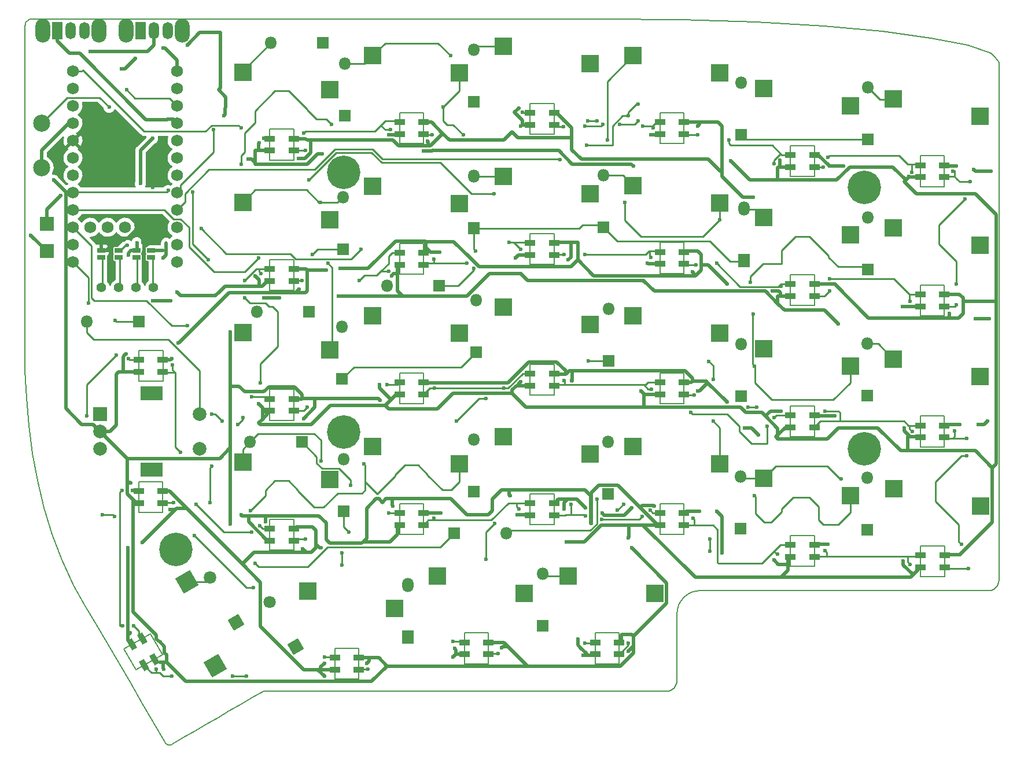
<source format=gbr>
G04 #@! TF.GenerationSoftware,KiCad,Pcbnew,(6.0.0-0)*
G04 #@! TF.CreationDate,2022-05-04T20:25:02-04:00*
G04 #@! TF.ProjectId,Lily58,4c696c79-3538-42e6-9b69-6361645f7063,rev?*
G04 #@! TF.SameCoordinates,Original*
G04 #@! TF.FileFunction,Copper,L1,Top*
G04 #@! TF.FilePolarity,Positive*
%FSLAX46Y46*%
G04 Gerber Fmt 4.6, Leading zero omitted, Abs format (unit mm)*
G04 Created by KiCad (PCBNEW (6.0.0-0)) date 2022-05-04 20:25:02*
%MOMM*%
%LPD*%
G01*
G04 APERTURE LIST*
G04 Aperture macros list*
%AMHorizOval*
0 Thick line with rounded ends*
0 $1 width*
0 $2 $3 position (X,Y) of the first rounded end (center of the circle)*
0 $4 $5 position (X,Y) of the second rounded end (center of the circle)*
0 Add line between two ends*
20,1,$1,$2,$3,$4,$5,0*
0 Add two circle primitives to create the rounded ends*
1,1,$1,$2,$3*
1,1,$1,$4,$5*%
%AMRotRect*
0 Rectangle, with rotation*
0 The origin of the aperture is its center*
0 $1 length*
0 $2 width*
0 $3 Rotation angle, in degrees counterclockwise*
0 Add horizontal line*
21,1,$1,$2,0,0,$3*%
G04 Aperture macros list end*
G04 #@! TA.AperFunction,Profile*
%ADD10C,0.200000*%
G04 #@! TD*
G04 #@! TA.AperFunction,Profile*
%ADD11C,0.150000*%
G04 #@! TD*
G04 #@! TA.AperFunction,ComponentPad*
%ADD12RotRect,1.800000X1.800000X120.000000*%
G04 #@! TD*
G04 #@! TA.AperFunction,ComponentPad*
%ADD13HorizOval,1.800000X0.000000X0.000000X0.000000X0.000000X0*%
G04 #@! TD*
G04 #@! TA.AperFunction,ComponentPad*
%ADD14C,4.900000*%
G04 #@! TD*
G04 #@! TA.AperFunction,ComponentPad*
%ADD15C,2.500000*%
G04 #@! TD*
G04 #@! TA.AperFunction,ComponentPad*
%ADD16C,1.752600*%
G04 #@! TD*
G04 #@! TA.AperFunction,SMDPad,CuDef*
%ADD17R,1.143000X0.635000*%
G04 #@! TD*
G04 #@! TA.AperFunction,ComponentPad*
%ADD18C,1.397000*%
G04 #@! TD*
G04 #@! TA.AperFunction,SMDPad,CuDef*
%ADD19R,2.550000X2.500000*%
G04 #@! TD*
G04 #@! TA.AperFunction,SMDPad,CuDef*
%ADD20RotRect,2.550000X2.500000X120.000000*%
G04 #@! TD*
G04 #@! TA.AperFunction,SMDPad,CuDef*
%ADD21R,1.600000X0.850000*%
G04 #@! TD*
G04 #@! TA.AperFunction,SMDPad,CuDef*
%ADD22RotRect,1.600000X0.850000X120.000000*%
G04 #@! TD*
G04 #@! TA.AperFunction,ComponentPad*
%ADD23R,2.000000X2.000000*%
G04 #@! TD*
G04 #@! TA.AperFunction,ComponentPad*
%ADD24C,2.000000*%
G04 #@! TD*
G04 #@! TA.AperFunction,ComponentPad*
%ADD25R,3.200000X2.000000*%
G04 #@! TD*
G04 #@! TA.AperFunction,ComponentPad*
%ADD26R,1.800000X1.800000*%
G04 #@! TD*
G04 #@! TA.AperFunction,ComponentPad*
%ADD27O,1.800000X1.800000*%
G04 #@! TD*
G04 #@! TA.AperFunction,ComponentPad*
%ADD28O,2.200000X3.500000*%
G04 #@! TD*
G04 #@! TA.AperFunction,ComponentPad*
%ADD29R,1.500000X2.500000*%
G04 #@! TD*
G04 #@! TA.AperFunction,ComponentPad*
%ADD30O,1.500000X2.500000*%
G04 #@! TD*
G04 #@! TA.AperFunction,SMDPad,CuDef*
%ADD31R,2.000000X2.000000*%
G04 #@! TD*
G04 #@! TA.AperFunction,ViaPad*
%ADD32C,0.600000*%
G04 #@! TD*
G04 #@! TA.AperFunction,Conductor*
%ADD33C,0.500000*%
G04 #@! TD*
G04 #@! TA.AperFunction,Conductor*
%ADD34C,0.250000*%
G04 #@! TD*
G04 #@! TA.AperFunction,Conductor*
%ADD35C,0.200000*%
G04 #@! TD*
G04 APERTURE END LIST*
D10*
X104807833Y-37086762D02*
X94400000Y-37086762D01*
X82937528Y-82285296D02*
X82937528Y-75978362D01*
X82937528Y-75978362D02*
X82937528Y-69671429D01*
X82937528Y-88592229D02*
X82937528Y-82285296D01*
D11*
X118750000Y-57750000D02*
X118750000Y-53250000D01*
X101310889Y-127109431D02*
X103060889Y-130140520D01*
X103060889Y-130140520D02*
X99163775Y-132390520D01*
X97413775Y-129359431D02*
X101310889Y-127109431D01*
X99163775Y-132390520D02*
X97413775Y-129359431D01*
X118750000Y-72350000D02*
X122250000Y-72350000D01*
X131750000Y-129250000D02*
X131750000Y-133750000D01*
X166350000Y-127000000D02*
X169850000Y-127000000D01*
X160350000Y-111150000D02*
X156850000Y-111150000D01*
X141250000Y-108050000D02*
X141250000Y-112550000D01*
X103099200Y-104864800D02*
X103099200Y-109364800D01*
X137750000Y-108050000D02*
X141250000Y-108050000D01*
X198450000Y-117250000D02*
X194950000Y-117250000D01*
X122250000Y-114850000D02*
X118750000Y-114850000D01*
X156850000Y-111150000D02*
X156850000Y-106650000D01*
X166350000Y-131500000D02*
X166350000Y-127000000D01*
X194950000Y-117250000D02*
X194950000Y-112750000D01*
X141250000Y-112550000D02*
X137750000Y-112550000D01*
X122250000Y-110350000D02*
X122250000Y-114850000D01*
X179350000Y-108050000D02*
X179350000Y-112550000D01*
X175850000Y-108050000D02*
X179350000Y-108050000D01*
X214000000Y-118750000D02*
X214000000Y-114250000D01*
X147250000Y-127000000D02*
X150750000Y-127000000D01*
X150750000Y-131500000D02*
X147250000Y-131500000D01*
X160350000Y-106650000D02*
X160350000Y-111150000D01*
X137750000Y-112550000D02*
X137750000Y-108050000D01*
X150750000Y-127000000D02*
X150750000Y-131500000D01*
X156850000Y-106650000D02*
X160350000Y-106650000D01*
X217500000Y-114250000D02*
X217500000Y-118750000D01*
X99599200Y-104864800D02*
X103099200Y-104864800D01*
X194950000Y-112750000D02*
X198450000Y-112750000D01*
X128250000Y-129250000D02*
X131750000Y-129250000D01*
X103099200Y-109364800D02*
X99599200Y-109364800D01*
X175850000Y-112550000D02*
X175850000Y-108050000D01*
X217500000Y-118750000D02*
X214000000Y-118750000D01*
X214000000Y-114250000D02*
X217500000Y-114250000D01*
X147250000Y-131500000D02*
X147250000Y-127000000D01*
X99599200Y-109364800D02*
X99599200Y-104864800D01*
X118750000Y-114850000D02*
X118750000Y-110350000D01*
X118750000Y-110350000D02*
X122250000Y-110350000D01*
X128250000Y-133750000D02*
X128250000Y-129250000D01*
X169850000Y-127000000D02*
X169850000Y-131500000D01*
X169850000Y-131500000D02*
X166350000Y-131500000D01*
X179350000Y-112550000D02*
X175850000Y-112550000D01*
X198450000Y-112750000D02*
X198450000Y-117250000D01*
X131750000Y-133750000D02*
X128250000Y-133750000D01*
X99624000Y-90170000D02*
X99624000Y-85670000D01*
X103124000Y-85670000D02*
X103124000Y-90170000D01*
X103124000Y-90170000D02*
X99624000Y-90170000D01*
X99624000Y-85670000D02*
X103124000Y-85670000D01*
D10*
X178319348Y-134034052D02*
X178288901Y-134314154D01*
X225460000Y-100326490D02*
X225460000Y-109808112D01*
X82937528Y-63364495D02*
X82937528Y-57057562D01*
D11*
X160350000Y-92150000D02*
X156850000Y-92150000D01*
D10*
X96695647Y-131453701D02*
X98371341Y-134320020D01*
X225204001Y-120128696D02*
X225020912Y-120350648D01*
X169449826Y-135511658D02*
X176819348Y-135511658D01*
D11*
X141250000Y-88950000D02*
X141250000Y-93450000D01*
D10*
X89992869Y-119988423D02*
X91668563Y-122854742D01*
X177658308Y-135255660D02*
X177403500Y-135393876D01*
D11*
X141250000Y-55350000D02*
X137750000Y-55350000D01*
D10*
X178201565Y-134595810D02*
X178063349Y-134850619D01*
X104288864Y-143357278D02*
X104456758Y-143271756D01*
D11*
X122250000Y-72350000D02*
X122250000Y-76850000D01*
D10*
X225460000Y-43436755D02*
X225460000Y-52918378D01*
D11*
X198450000Y-60150000D02*
X194950000Y-60150000D01*
D10*
X136027379Y-37086762D02*
X125619545Y-37086762D01*
X104130206Y-143404468D02*
X104288864Y-143357278D01*
X83245570Y-37394123D02*
X83400937Y-37265961D01*
X103842470Y-143386445D02*
X103981252Y-143413974D01*
D11*
X179350000Y-50850000D02*
X179350000Y-55350000D01*
D10*
X82937528Y-50750629D02*
X82937528Y-44443695D01*
X103597295Y-143222884D02*
X103714328Y-143322532D01*
X116186619Y-136480784D02*
X117862313Y-135510645D01*
X224278471Y-42156190D02*
X220889319Y-40963847D01*
D11*
X217450000Y-80550000D02*
X213950000Y-80550000D01*
D10*
X103981252Y-143413974D02*
X104130206Y-143404468D01*
D11*
X194950000Y-93750000D02*
X198450000Y-93750000D01*
X156850000Y-87650000D02*
X160350000Y-87650000D01*
D10*
X224900000Y-42700000D02*
X224278471Y-42156190D01*
X178319348Y-131597973D02*
X178319348Y-132816013D01*
D11*
X137750000Y-74450000D02*
X137750000Y-69950000D01*
D10*
X178319348Y-129161894D02*
X178319348Y-130379933D01*
D11*
X118750000Y-76850000D02*
X118750000Y-72350000D01*
X122250000Y-91350000D02*
X122250000Y-95850000D01*
D10*
X83579303Y-37169210D02*
X83776462Y-37108075D01*
X178594174Y-122926713D02*
X178916678Y-122332160D01*
X178390391Y-123583911D02*
X178594174Y-122926713D01*
X104456758Y-143271756D02*
X106132452Y-142301617D01*
X197622092Y-120789735D02*
X202889673Y-120789735D01*
X213424836Y-120789735D02*
X218692418Y-120789735D01*
X225460000Y-90844867D02*
X225460000Y-100326490D01*
D11*
X160350000Y-49460000D02*
X160350000Y-53960000D01*
D10*
X91668563Y-122854742D02*
X93344258Y-125721062D01*
X139971738Y-135511658D02*
X147341260Y-135511658D01*
X82937528Y-44443695D02*
X82937528Y-38136762D01*
X224900000Y-42700000D02*
X225460000Y-43436755D01*
D11*
X179350000Y-55350000D02*
X175850000Y-55350000D01*
D10*
X83400937Y-37265961D02*
X83579303Y-37169210D01*
D11*
X118750000Y-91350000D02*
X122250000Y-91350000D01*
D10*
X95019952Y-128587381D02*
X96695647Y-131453701D01*
D11*
X137750000Y-69950000D02*
X141250000Y-69950000D01*
D10*
X192354511Y-120789735D02*
X197622092Y-120789735D01*
D11*
X156850000Y-68550000D02*
X160350000Y-68550000D01*
D10*
X181819348Y-120789735D02*
X187086929Y-120789735D01*
X177880261Y-135072571D02*
X177658308Y-135255660D01*
X103398425Y-142918979D02*
X103491837Y-143088150D01*
D11*
X175850000Y-74350000D02*
X175850000Y-69850000D01*
D10*
X225020912Y-120350648D02*
X224798960Y-120533736D01*
D11*
X141250000Y-93450000D02*
X137750000Y-93450000D01*
D10*
X83020657Y-37727855D02*
X83117409Y-37549489D01*
D11*
X217450000Y-95250000D02*
X217450000Y-99750000D01*
D10*
X106132452Y-142301617D02*
X107808147Y-141331479D01*
D11*
X179350000Y-69850000D02*
X179350000Y-74350000D01*
X141250000Y-74450000D02*
X137750000Y-74450000D01*
D10*
X215525697Y-39885159D02*
X208420758Y-38945561D01*
D11*
X213950000Y-76050000D02*
X217450000Y-76050000D01*
D10*
X177403500Y-135393876D02*
X177121844Y-135481211D01*
D11*
X122250000Y-57750000D02*
X118750000Y-57750000D01*
X194950000Y-79050000D02*
X194950000Y-74550000D01*
X160350000Y-68550000D02*
X160350000Y-73050000D01*
X175850000Y-88950000D02*
X179350000Y-88950000D01*
X213950000Y-95250000D02*
X217450000Y-95250000D01*
X160350000Y-73050000D02*
X156850000Y-73050000D01*
X122250000Y-53250000D02*
X122250000Y-57750000D01*
X198450000Y-98250000D02*
X194950000Y-98250000D01*
D10*
X178319348Y-126725814D02*
X178319348Y-127943854D01*
X178063349Y-134850619D02*
X177880261Y-135072571D01*
X224262495Y-120759288D02*
X223959999Y-120789735D01*
X83135690Y-92617561D02*
X83490297Y-96657663D01*
D11*
X137750000Y-55350000D02*
X137750000Y-50850000D01*
D10*
X178319348Y-132816013D02*
X178319348Y-134034052D01*
D11*
X137750000Y-50850000D02*
X141250000Y-50850000D01*
D10*
X179343884Y-121814271D02*
X179861773Y-121387065D01*
X125619545Y-37086762D02*
X115211711Y-37086762D01*
X225460000Y-109808112D02*
X225460000Y-119289735D01*
X88291758Y-116318073D02*
X89993333Y-119989540D01*
X83117409Y-37549489D02*
X83245570Y-37394123D01*
D11*
X217450000Y-99750000D02*
X213950000Y-99750000D01*
X122250000Y-95850000D02*
X118750000Y-95850000D01*
D10*
X178916678Y-122332160D02*
X179343884Y-121814271D01*
X83490297Y-96657663D02*
X84020972Y-100690825D01*
X103714328Y-143322532D02*
X103842470Y-143386445D01*
X82938210Y-38136762D02*
X82959523Y-37925015D01*
X208157255Y-120789735D02*
X213424836Y-120789735D01*
X125232695Y-135511658D02*
X132602217Y-135511658D01*
X225460000Y-52918378D02*
X225460000Y-62400000D01*
D11*
X118750000Y-53250000D02*
X122250000Y-53250000D01*
D10*
X83776462Y-37108075D02*
X83988210Y-37086762D01*
X112835230Y-138421062D02*
X114510925Y-137450923D01*
X154710782Y-135511658D02*
X162080304Y-135511658D01*
X109483841Y-140361340D02*
X111159536Y-139391201D01*
X179861773Y-121387065D02*
X180456326Y-121064561D01*
D11*
X122250000Y-76850000D02*
X118750000Y-76850000D01*
D10*
X178319348Y-127943854D02*
X178319348Y-129161894D01*
D11*
X156850000Y-49460000D02*
X160350000Y-49460000D01*
D10*
X146435213Y-37086762D02*
X136027379Y-37086762D01*
D11*
X213950000Y-99750000D02*
X213950000Y-95250000D01*
D10*
X218692418Y-120789735D02*
X223959999Y-120789735D01*
X85688004Y-108649127D02*
X86863105Y-112530670D01*
X86863105Y-112530670D02*
X88291758Y-116318073D01*
D11*
X194950000Y-55650000D02*
X198450000Y-55650000D01*
D10*
X178288901Y-134314154D02*
X178201565Y-134595810D01*
X162080304Y-135511658D02*
X169449826Y-135511658D01*
X156843047Y-37086762D02*
X146435213Y-37086762D01*
D11*
X179350000Y-74350000D02*
X175850000Y-74350000D01*
D10*
X178319348Y-130379933D02*
X178319348Y-131597973D01*
D11*
X137750000Y-88950000D02*
X141250000Y-88950000D01*
D10*
X117863173Y-135511658D02*
X125232695Y-135511658D01*
X180456326Y-121064561D02*
X181113524Y-120860778D01*
D11*
X198450000Y-74550000D02*
X198450000Y-79050000D01*
X175850000Y-55350000D02*
X175850000Y-50850000D01*
D10*
X189919538Y-37585374D02*
X178989563Y-37215654D01*
X107808147Y-141331479D02*
X109483841Y-140361340D01*
X115211711Y-37086762D02*
X104803877Y-37086762D01*
D11*
X194950000Y-98250000D02*
X194950000Y-93750000D01*
X213950000Y-57150000D02*
X217450000Y-57150000D01*
X217450000Y-76050000D02*
X217450000Y-80550000D01*
D10*
X225429552Y-119592231D02*
X225342217Y-119873887D01*
D11*
X137750000Y-93450000D02*
X137750000Y-88950000D01*
D10*
X82937528Y-57057562D02*
X82937528Y-50750629D01*
X225460000Y-71881623D02*
X225460000Y-81363245D01*
X101722730Y-140052659D02*
X103398425Y-142918979D01*
D11*
X175850000Y-69850000D02*
X179350000Y-69850000D01*
X179350000Y-88950000D02*
X179350000Y-93450000D01*
D10*
X181113524Y-120860778D02*
X181819348Y-120789735D01*
X225460000Y-62400000D02*
X225460000Y-71881623D01*
X103491837Y-143088150D02*
X103597295Y-143222884D01*
X84020972Y-100690825D02*
X84747083Y-104695246D01*
X94396044Y-37086762D02*
X83988210Y-37086762D01*
X178319348Y-124289735D02*
X178319348Y-125507775D01*
D11*
X175850000Y-93450000D02*
X175850000Y-88950000D01*
X160350000Y-87650000D02*
X160350000Y-92150000D01*
D10*
X208420758Y-38945561D02*
X199807654Y-38170488D01*
X132602217Y-135511658D02*
X139971738Y-135511658D01*
X82937777Y-88592317D02*
X83135690Y-92617561D01*
D11*
X198450000Y-55650000D02*
X198450000Y-60150000D01*
D10*
X147341260Y-135511658D02*
X154710782Y-135511658D01*
D11*
X141250000Y-50850000D02*
X141250000Y-55350000D01*
X160350000Y-53960000D02*
X156850000Y-53960000D01*
D10*
X178319348Y-124289735D02*
X178390391Y-123583911D01*
D11*
X156850000Y-92150000D02*
X156850000Y-87650000D01*
D10*
X98371341Y-134320020D02*
X100047036Y-137186340D01*
X225342217Y-119873887D02*
X225204001Y-120128696D01*
X202889673Y-120789735D02*
X208157255Y-120789735D01*
X82937528Y-69671429D02*
X82937528Y-63364495D01*
D11*
X198450000Y-93750000D02*
X198450000Y-98250000D01*
X141250000Y-69950000D02*
X141250000Y-74450000D01*
D10*
X111159536Y-139391201D02*
X112835230Y-138421062D01*
D11*
X213950000Y-80550000D02*
X213950000Y-76050000D01*
D10*
X225460000Y-81363245D02*
X225460000Y-90844867D01*
X187086929Y-120789735D02*
X192354511Y-120789735D01*
X220889319Y-40963847D02*
X215525697Y-39885159D01*
D11*
X118750000Y-95850000D02*
X118750000Y-91350000D01*
D10*
X177121844Y-135481211D02*
X176819348Y-135511658D01*
D11*
X156850000Y-73050000D02*
X156850000Y-68550000D01*
X217450000Y-61650000D02*
X213950000Y-61650000D01*
D10*
X84747083Y-104695246D02*
X85688004Y-108649127D01*
D11*
X198450000Y-79050000D02*
X194950000Y-79050000D01*
D10*
X167250881Y-37086762D02*
X156843047Y-37086762D01*
X114510925Y-137450923D02*
X116186619Y-136480784D01*
X224544152Y-120671952D02*
X224262495Y-120759288D01*
X100047036Y-137186340D02*
X101722730Y-140052659D01*
D11*
X194950000Y-60150000D02*
X194950000Y-55650000D01*
X213950000Y-61650000D02*
X213950000Y-57150000D01*
D10*
X93344258Y-125721062D02*
X95019952Y-128587381D01*
X178989563Y-37215654D02*
X167250881Y-37086762D01*
D11*
X217450000Y-57150000D02*
X217450000Y-61650000D01*
D10*
X224798960Y-120533736D02*
X224544152Y-120671952D01*
X225459999Y-119289735D02*
X225429552Y-119592231D01*
D11*
X194950000Y-74550000D02*
X198450000Y-74550000D01*
D10*
X199807654Y-38170488D02*
X189919538Y-37585374D01*
D11*
X179350000Y-93450000D02*
X175850000Y-93450000D01*
X175850000Y-50850000D02*
X179350000Y-50850000D01*
X156850000Y-53960000D02*
X156850000Y-49460000D01*
D10*
X178319348Y-125507775D02*
X178319348Y-126725814D01*
X82959523Y-37925015D02*
X83020657Y-37727855D01*
D12*
X113792000Y-125476000D03*
D13*
X109982000Y-118876886D03*
D14*
X129600000Y-59600000D03*
X205800000Y-61800000D03*
X129600000Y-97600000D03*
X205800000Y-100000000D03*
X105000000Y-114800000D03*
D15*
X85344000Y-58876000D03*
X85344000Y-52376000D03*
D16*
X89946005Y-44736130D03*
X89946005Y-47276130D03*
X89946005Y-49816130D03*
X89946005Y-52356130D03*
X89946005Y-54896130D03*
X89946005Y-57436130D03*
X89946005Y-59976130D03*
X89946005Y-62516130D03*
X89946005Y-65056130D03*
X89946005Y-67596130D03*
X89946005Y-70136130D03*
X89946005Y-72676130D03*
X105186005Y-72676130D03*
X105186005Y-70136130D03*
X105186005Y-67596130D03*
X105186005Y-65056130D03*
X105186005Y-62516130D03*
X105186005Y-59976130D03*
X105186005Y-57436130D03*
X105186005Y-54896130D03*
X105186005Y-52356130D03*
X105186005Y-49816130D03*
X105186005Y-47276130D03*
X105186005Y-44736130D03*
X92486005Y-67596130D03*
X95026005Y-67596130D03*
X97566005Y-67596130D03*
D17*
X96610810Y-71993760D03*
X96610810Y-70993000D03*
X94110810Y-71993760D03*
X94110810Y-70993000D03*
D18*
X94107000Y-76454000D03*
X96647000Y-76454000D03*
X99187000Y-76454000D03*
X101727000Y-76454000D03*
D17*
X99210810Y-71993760D03*
X99210810Y-70993000D03*
X101376005Y-71993760D03*
X101376005Y-70993000D03*
D19*
X146500000Y-45020000D03*
X133800000Y-42480000D03*
X165600000Y-43630000D03*
X152900000Y-41090000D03*
X184600000Y-45020000D03*
X171900000Y-42480000D03*
X203700000Y-49820000D03*
X191000000Y-47280000D03*
X222700000Y-51320000D03*
X210000000Y-48780000D03*
X127500000Y-66520000D03*
X114800000Y-63980000D03*
X146500000Y-64120000D03*
X133800000Y-61580000D03*
X165600000Y-62720000D03*
X152900000Y-60180000D03*
X184600000Y-64020000D03*
X171900000Y-61480000D03*
X203700000Y-68720000D03*
X191000000Y-66180000D03*
X222700000Y-70220000D03*
X210000000Y-67680000D03*
X127500000Y-85520000D03*
X114800000Y-82980000D03*
X146500000Y-83120000D03*
X133800000Y-80580000D03*
X165600000Y-81820000D03*
X152900000Y-79280000D03*
X184600000Y-83120000D03*
X171900000Y-80580000D03*
X203700000Y-87920000D03*
X191000000Y-85380000D03*
X222700000Y-89420000D03*
X210000000Y-86880000D03*
X127500000Y-104520000D03*
X114800000Y-101980000D03*
X146500000Y-102220000D03*
X133800000Y-99680000D03*
X165600000Y-100820000D03*
X152900000Y-98280000D03*
X184600000Y-102220000D03*
X171900000Y-99680000D03*
X203700000Y-106920000D03*
X191000000Y-104380000D03*
X222750000Y-108420000D03*
X210050000Y-105880000D03*
D20*
X110734346Y-131772178D03*
X106584050Y-119503655D03*
D19*
X137000000Y-123420000D03*
X124300000Y-120880000D03*
X156000000Y-121170000D03*
X143300000Y-118630000D03*
X175100000Y-121170000D03*
X162400000Y-118630000D03*
X127500000Y-47420000D03*
X114800000Y-44880000D03*
D21*
X122250000Y-56375000D03*
X122250000Y-54625000D03*
X118750000Y-54625000D03*
X118750000Y-56375000D03*
X137750000Y-109425000D03*
X137750000Y-111175000D03*
X141250000Y-111175000D03*
X141250000Y-109425000D03*
X150750000Y-130125000D03*
X150750000Y-128375000D03*
X147250000Y-128375000D03*
X147250000Y-130125000D03*
X156850000Y-108025000D03*
X156850000Y-109775000D03*
X160350000Y-109775000D03*
X160350000Y-108025000D03*
X194950000Y-114125000D03*
X194950000Y-115875000D03*
X198450000Y-115875000D03*
X198450000Y-114125000D03*
X214000000Y-115625000D03*
X214000000Y-117375000D03*
X217500000Y-117375000D03*
X217500000Y-115625000D03*
X131750000Y-132375000D03*
X131750000Y-130625000D03*
X128250000Y-130625000D03*
X128250000Y-132375000D03*
X179350000Y-92075000D03*
X179350000Y-90325000D03*
X175850000Y-90325000D03*
X175850000Y-92075000D03*
X118750000Y-111725000D03*
X118750000Y-113475000D03*
X122250000Y-113475000D03*
X122250000Y-111725000D03*
X217450000Y-98375000D03*
X217450000Y-96625000D03*
X213950000Y-96625000D03*
X213950000Y-98375000D03*
X160350000Y-90775000D03*
X160350000Y-89025000D03*
X156850000Y-89025000D03*
X156850000Y-90775000D03*
X141250000Y-92075000D03*
X141250000Y-90325000D03*
X137750000Y-90325000D03*
X137750000Y-92075000D03*
X122250000Y-94475000D03*
X122250000Y-92725000D03*
X118750000Y-92725000D03*
X118750000Y-94475000D03*
X213950000Y-77425000D03*
X213950000Y-79175000D03*
X217450000Y-79175000D03*
X217450000Y-77425000D03*
X198450000Y-96875000D03*
X198450000Y-95125000D03*
X194950000Y-95125000D03*
X194950000Y-96875000D03*
X175850000Y-109425000D03*
X175850000Y-111175000D03*
X179350000Y-111175000D03*
X179350000Y-109425000D03*
X179350000Y-53975000D03*
X179350000Y-52225000D03*
X175850000Y-52225000D03*
X175850000Y-53975000D03*
X198450000Y-58775000D03*
X198450000Y-57025000D03*
X194950000Y-57025000D03*
X194950000Y-58775000D03*
X160350000Y-52585000D03*
X160350000Y-50835000D03*
X156850000Y-50835000D03*
X156850000Y-52585000D03*
X141250000Y-53975000D03*
X141250000Y-52225000D03*
X137750000Y-52225000D03*
X137750000Y-53975000D03*
X194950000Y-75925000D03*
X194950000Y-77675000D03*
X198450000Y-77675000D03*
X198450000Y-75925000D03*
X175850000Y-71225000D03*
X175850000Y-72975000D03*
X179350000Y-72975000D03*
X179350000Y-71225000D03*
X156850000Y-69925000D03*
X156850000Y-71675000D03*
X160350000Y-71675000D03*
X160350000Y-69925000D03*
X217450000Y-60275000D03*
X217450000Y-58525000D03*
X213950000Y-58525000D03*
X213950000Y-60275000D03*
X137750000Y-71325000D03*
X137750000Y-73075000D03*
X141250000Y-73075000D03*
X141250000Y-71325000D03*
X118750000Y-73725000D03*
X118750000Y-75475000D03*
X122250000Y-75475000D03*
X122250000Y-73725000D03*
X169850000Y-130125000D03*
X169850000Y-128375000D03*
X166350000Y-128375000D03*
X166350000Y-130125000D03*
D22*
X100354087Y-131703044D03*
X101869631Y-130828044D03*
X100119631Y-127796956D03*
X98604087Y-128671956D03*
D23*
X93954600Y-94996000D03*
D24*
X93954600Y-99996000D03*
X93954600Y-97496000D03*
D25*
X101454600Y-91896000D03*
X101454600Y-103096000D03*
D24*
X108454600Y-99996000D03*
X108454600Y-94996000D03*
D21*
X99599200Y-106239800D03*
X99599200Y-107989800D03*
X103099200Y-107989800D03*
X103099200Y-106239800D03*
X99596000Y-87009000D03*
X99596000Y-88759000D03*
X103096000Y-88759000D03*
X103096000Y-87009000D03*
D26*
X206146400Y-111912400D03*
D27*
X206146400Y-104292400D03*
D26*
X206197200Y-92252800D03*
D27*
X206197200Y-84632800D03*
D26*
X148640800Y-106324400D03*
D27*
X148640800Y-98704400D03*
D26*
X187756800Y-92303600D03*
D27*
X187756800Y-84683600D03*
D26*
X206248000Y-73761600D03*
D27*
X206248000Y-66141600D03*
D26*
X129438400Y-70815200D03*
D27*
X129438400Y-63195200D03*
D26*
X148945600Y-85902800D03*
D27*
X148945600Y-78282800D03*
D26*
X126492000Y-40640000D03*
D27*
X118872000Y-40640000D03*
D12*
X122555000Y-129029557D03*
D13*
X118745000Y-122430443D03*
D28*
X85526000Y-38862000D03*
X93726000Y-38862000D03*
D29*
X87626000Y-38862000D03*
D30*
X89626000Y-38862000D03*
X91626000Y-38862000D03*
D26*
X167589200Y-67614800D03*
D27*
X167589200Y-59994800D03*
D26*
X188163200Y-72390000D03*
D27*
X188163200Y-64770000D03*
D26*
X143510000Y-76200000D03*
D27*
X135890000Y-76200000D03*
D26*
X129540000Y-109220000D03*
D27*
X129540000Y-101600000D03*
D31*
X86106000Y-67070000D03*
D26*
X123444000Y-99060000D03*
D27*
X115824000Y-99060000D03*
D26*
X168250000Y-106680000D03*
D27*
X168250000Y-99060000D03*
D31*
X86106000Y-71120000D03*
D26*
X148590000Y-67691000D03*
D27*
X148590000Y-60071000D03*
D26*
X187756800Y-54051200D03*
D27*
X187756800Y-46431200D03*
D26*
X158700000Y-125984000D03*
D27*
X158700000Y-118364000D03*
D26*
X124460000Y-80010000D03*
D27*
X116840000Y-80010000D03*
D26*
X129336800Y-89814400D03*
D27*
X129336800Y-82194400D03*
D28*
X97718000Y-38862000D03*
X105918000Y-38862000D03*
D29*
X99818000Y-38862000D03*
D30*
X101818000Y-38862000D03*
X103818000Y-38862000D03*
D26*
X168351200Y-87172800D03*
D27*
X168351200Y-79552800D03*
D26*
X145745200Y-112420400D03*
D27*
X153365200Y-112420400D03*
D26*
X206298800Y-54762400D03*
D27*
X206298800Y-47142400D03*
D26*
X129692400Y-51308000D03*
D27*
X129692400Y-43688000D03*
D26*
X148590000Y-49225200D03*
D27*
X148590000Y-41605200D03*
D26*
X187655200Y-111760000D03*
D27*
X187655200Y-104140000D03*
D26*
X99568000Y-81407000D03*
D27*
X91948000Y-81407000D03*
D26*
X138988800Y-127762000D03*
D27*
X138988800Y-120142000D03*
D26*
X126492000Y-40640000D03*
D27*
X118872000Y-40640000D03*
D26*
X129692400Y-51308000D03*
D27*
X129692400Y-43688000D03*
D26*
X148590000Y-49225200D03*
D27*
X148590000Y-41605200D03*
D26*
X145745200Y-112420400D03*
D27*
X153365200Y-112420400D03*
D26*
X187756800Y-54051200D03*
D27*
X187756800Y-46431200D03*
D26*
X206298800Y-54762400D03*
D27*
X206298800Y-47142400D03*
D26*
X129438400Y-70815200D03*
D27*
X129438400Y-63195200D03*
D26*
X143510000Y-76200000D03*
D27*
X135890000Y-76200000D03*
D26*
X148590000Y-67818000D03*
D27*
X148590000Y-60198000D03*
D26*
X167589200Y-67614800D03*
D27*
X167589200Y-59994800D03*
D26*
X188163200Y-72593200D03*
D27*
X188163200Y-64973200D03*
D26*
X206248000Y-73761600D03*
D27*
X206248000Y-66141600D03*
D26*
X124460000Y-80010000D03*
D27*
X116840000Y-80010000D03*
D26*
X129336800Y-89814400D03*
D27*
X129336800Y-82194400D03*
D26*
X148945600Y-85902800D03*
D27*
X148945600Y-78282800D03*
D26*
X168351200Y-87172800D03*
D27*
X168351200Y-79552800D03*
D26*
X187756800Y-92303600D03*
D27*
X187756800Y-84683600D03*
D26*
X206197200Y-92252800D03*
D27*
X206197200Y-84632800D03*
D26*
X123444000Y-99060000D03*
D27*
X115824000Y-99060000D03*
D26*
X129540000Y-109220000D03*
D27*
X129540000Y-101600000D03*
D26*
X148640800Y-106324400D03*
D27*
X148640800Y-98704400D03*
D26*
X168250000Y-106680000D03*
D27*
X168250000Y-99060000D03*
D26*
X187655200Y-111760000D03*
D27*
X187655200Y-104140000D03*
D26*
X99568000Y-81407000D03*
D27*
X91948000Y-81407000D03*
D12*
X122555000Y-129029557D03*
D13*
X118745000Y-122430443D03*
D26*
X138988800Y-127508000D03*
D27*
X138988800Y-119888000D03*
D26*
X158700000Y-125984000D03*
D27*
X158700000Y-118364000D03*
D26*
X206146400Y-111912400D03*
D27*
X206146400Y-104292400D03*
D12*
X113792000Y-125471114D03*
D13*
X109982000Y-118872000D03*
D32*
X98653611Y-106172000D03*
X117856000Y-54610000D03*
X96139000Y-81280000D03*
X124968000Y-71628000D03*
X148844000Y-71120000D03*
X148590000Y-73660000D03*
X165384762Y-87172800D03*
X188722000Y-93980000D03*
X130302000Y-112268000D03*
X87122000Y-60706000D03*
X165275011Y-52070000D03*
X127762000Y-52578000D03*
X166624000Y-52070000D03*
X166614411Y-107432411D03*
X189075500Y-75692000D03*
X189992000Y-93980000D03*
X150368000Y-92710000D03*
X129286000Y-115316000D03*
X171900000Y-80580000D03*
X126238000Y-101854000D03*
X171900000Y-99680000D03*
X103124000Y-72136000D03*
X116586000Y-116840000D03*
X117094000Y-72136000D03*
X129286000Y-117094000D03*
X130556000Y-105410000D03*
X191000000Y-85380000D03*
X146050000Y-96012000D03*
X116332000Y-120396000D03*
X109982000Y-107950000D03*
X168148000Y-54864000D03*
X107696000Y-112776000D03*
X92202000Y-78740000D03*
X110236000Y-102616000D03*
X114554000Y-58420000D03*
X96012000Y-109982000D03*
X111760000Y-96012000D03*
X94234000Y-109728000D03*
X110236000Y-94996000D03*
X109728000Y-72390000D03*
X106680000Y-82042000D03*
X107442000Y-62484000D03*
X103886000Y-62230000D03*
X171196000Y-128524000D03*
X145200000Y-42480000D03*
X152900000Y-41090000D03*
X171900000Y-42480000D03*
X191000000Y-47280000D03*
X210185000Y-48895000D03*
X126200000Y-63980000D03*
X133800000Y-61580000D03*
X171900000Y-61480000D03*
X210000000Y-67680000D03*
X115094089Y-83274089D03*
X133288411Y-79948411D03*
X152900000Y-79280000D03*
X210000000Y-86880000D03*
X133800000Y-99680000D03*
X152900000Y-98280000D03*
X202364430Y-104415570D03*
X210185000Y-106045000D03*
X124300000Y-120880000D03*
X143300000Y-118630000D03*
X99316872Y-69858658D03*
X99822000Y-61214000D03*
X102870000Y-51839061D03*
X101600000Y-54610000D03*
X98042799Y-71656727D03*
X110800000Y-77600000D03*
X181356000Y-52832000D03*
X155448000Y-74422000D03*
X116646589Y-74736589D03*
X120142000Y-77978000D03*
X181356000Y-91567000D03*
X128778000Y-77724000D03*
X171704000Y-114554000D03*
X192532000Y-116332000D03*
X105156000Y-77089000D03*
X136779000Y-108458000D03*
X173990000Y-72898000D03*
X211455000Y-116459000D03*
X117856000Y-77978000D03*
X132969000Y-131445000D03*
X104267000Y-78359000D03*
X175006000Y-108458000D03*
X173482000Y-75449020D03*
X136562029Y-74722511D03*
X112950000Y-111004188D03*
X118110000Y-110744000D03*
X134874000Y-92964000D03*
X143764000Y-90424000D03*
X188214000Y-97028000D03*
X223774000Y-96012000D03*
X221742000Y-59182000D03*
X171196000Y-113051030D03*
X98425000Y-105029000D03*
X153924000Y-106934000D03*
X224282000Y-59436000D03*
X162941000Y-90053500D03*
X162169500Y-113655500D03*
X224028000Y-81026000D03*
X201422000Y-95250000D03*
X192278000Y-76941011D03*
X190246000Y-98044000D03*
X219710000Y-96520000D03*
X189484000Y-63246000D03*
X123698000Y-95631000D03*
X154940000Y-109728000D03*
X221996000Y-81026000D03*
X154686000Y-72136000D03*
X112950000Y-82931000D03*
X122936000Y-57531000D03*
X114554000Y-109728000D03*
X152654000Y-129159000D03*
X185674000Y-93218000D03*
X103251000Y-132334000D03*
X219202000Y-58674000D03*
X201930000Y-81788000D03*
X97733541Y-86118489D03*
X101600000Y-78359000D03*
X141859000Y-54991000D03*
X161802760Y-51938240D03*
X211328000Y-79248000D03*
X222425011Y-96520000D03*
X165770349Y-110962651D03*
X200660000Y-58674000D03*
X171186461Y-129657462D03*
X202692000Y-58674000D03*
X223149501Y-108420000D03*
X222700000Y-89420000D03*
X223099501Y-70220000D03*
X222885000Y-51435000D03*
X189700000Y-106920000D03*
X189484000Y-80324510D03*
X203700000Y-68720000D03*
X183134000Y-113284000D03*
X110490000Y-53340000D03*
X183134000Y-115062000D03*
X189700000Y-87920000D03*
X203700000Y-49820000D03*
X175100000Y-121170000D03*
X170688000Y-64008000D03*
X171196000Y-51308000D03*
X183007000Y-87249000D03*
X170513861Y-108124139D03*
X184600000Y-83120000D03*
X155956000Y-121158000D03*
X184600000Y-102220000D03*
X183642000Y-96012000D03*
X161268023Y-57679977D03*
X183642000Y-89916000D03*
X184600000Y-66482446D03*
X169630683Y-109007317D03*
X165100000Y-55626000D03*
X184658000Y-44958000D03*
X172683777Y-49566223D03*
X165600000Y-62720000D03*
X165735000Y-81915000D03*
X124460000Y-60706000D03*
X165600000Y-43630000D03*
X150368000Y-116170979D03*
X151638000Y-110924000D03*
X137000000Y-123420000D03*
X151600000Y-62720000D03*
X165600000Y-100820000D03*
X110734346Y-131772178D03*
X147066000Y-54102000D03*
X146500000Y-83120000D03*
X132500000Y-102220000D03*
X146500000Y-102220000D03*
X144145000Y-50000980D03*
X115961500Y-109075490D03*
X132080000Y-70866000D03*
X108712000Y-67818000D03*
X146500000Y-64120000D03*
X127254000Y-72898000D03*
X127500000Y-47420000D03*
X127500000Y-104520000D03*
X127500000Y-66520000D03*
X127500000Y-85520000D03*
X114046000Y-96520000D03*
X114868589Y-95443411D03*
X100210810Y-69793380D03*
X103124000Y-66294000D03*
X101600000Y-61793250D03*
X99794398Y-54239500D03*
X101854000Y-67056000D03*
X98001089Y-53805089D03*
X101600000Y-60452000D03*
X97910810Y-70243390D03*
X97790000Y-47498000D03*
X95250000Y-50038000D03*
X162400000Y-118630000D03*
X114554000Y-53086000D03*
X123698000Y-53848000D03*
X123952000Y-56388000D03*
X136398000Y-53340000D03*
X155689500Y-50800000D03*
X142494000Y-54102000D03*
X161717283Y-52912717D03*
X169975500Y-52578000D03*
X167523500Y-52578000D03*
X164846000Y-52832000D03*
X172698023Y-52048023D03*
X173355000Y-52832000D03*
X174854011Y-53086000D03*
X185928000Y-54864000D03*
X192532000Y-58293000D03*
X181356000Y-54102000D03*
X199749023Y-58822977D03*
X200427977Y-57382023D03*
X212725000Y-59525500D03*
X221234000Y-60960000D03*
X219202000Y-78994000D03*
X220472000Y-63500000D03*
X218694000Y-59423500D03*
X219202000Y-75946000D03*
X116078000Y-92456000D03*
X117348000Y-90424000D03*
X117462500Y-74407766D03*
X115062000Y-77978000D03*
X115062000Y-75438000D03*
X136144000Y-74041000D03*
X123456500Y-75438000D03*
X131826000Y-75438000D03*
X155448000Y-70866000D03*
X142748000Y-72263000D03*
X147574000Y-72898000D03*
X153797000Y-69850000D03*
X164846000Y-71628000D03*
X174498000Y-72009000D03*
X161798000Y-71628000D03*
X193581862Y-76233010D03*
X181102000Y-73152000D03*
X184150000Y-72898000D03*
X212471000Y-78486000D03*
X200660000Y-76962000D03*
X200660000Y-75184000D03*
X135890000Y-90678000D03*
X124206000Y-93980000D03*
X142875000Y-91186000D03*
X153035000Y-91186000D03*
X174625000Y-91313000D03*
X161798000Y-90043000D03*
X192553977Y-95482023D03*
X180340000Y-94742000D03*
X180848000Y-92202000D03*
X191516000Y-96774000D03*
X200025000Y-94500500D03*
X212746977Y-97514023D03*
X220980000Y-117602000D03*
X218948000Y-97409000D03*
X219964000Y-114046000D03*
X220726000Y-98552000D03*
X220726000Y-101092000D03*
X123952000Y-113284000D03*
X136144000Y-109474000D03*
X117292717Y-111307283D03*
X105664000Y-100584000D03*
X104521000Y-87757000D03*
X116078000Y-112268000D03*
X107950000Y-108204000D03*
X155194000Y-108839000D03*
X142748000Y-110223500D03*
X174424717Y-109039283D03*
X173228000Y-109982000D03*
X162814000Y-108204000D03*
X164985500Y-109816211D03*
X167287854Y-110402281D03*
X180721000Y-110236000D03*
X193040000Y-115443000D03*
X212471000Y-116967000D03*
X200025000Y-114935000D03*
X104648000Y-107950000D03*
X98044000Y-86868000D03*
X97254940Y-125984000D03*
X98806000Y-125984000D03*
X97154611Y-106172000D03*
X113284000Y-133350000D03*
X115316000Y-133350000D03*
X126746000Y-130556000D03*
X102108000Y-132334000D03*
X104394000Y-133350000D03*
X145542000Y-128270000D03*
X133096000Y-132334000D03*
X164846000Y-128524000D03*
X152146000Y-130048000D03*
X91948000Y-95250000D03*
X96266000Y-86360000D03*
X88138000Y-62992000D03*
X103124000Y-41402000D03*
X83769489Y-68783489D03*
X92456000Y-41910000D03*
X155448000Y-56388000D03*
X129032000Y-73660000D03*
X155194000Y-50165000D03*
X126746000Y-133350000D03*
X163830000Y-127889000D03*
X105350979Y-84582000D03*
X136144000Y-54102000D03*
X134817807Y-90613015D03*
X219710000Y-115570000D03*
X181610000Y-109220000D03*
X193548000Y-94500500D03*
X126238000Y-114554000D03*
X115570000Y-57658000D03*
X201422000Y-75946000D03*
X184200510Y-109220000D03*
X193421000Y-57785000D03*
X127000000Y-73914000D03*
X117221000Y-55245000D03*
X161798000Y-108839000D03*
X99072489Y-42913511D03*
X164985500Y-108712000D03*
X167386000Y-109474000D03*
X98004440Y-114554000D03*
X126746000Y-131445000D03*
X185657789Y-75946000D03*
X145542000Y-130556000D03*
X145796000Y-129286000D03*
X143637000Y-71247000D03*
X171704000Y-108712000D03*
X104140000Y-108966000D03*
X162433000Y-72390000D03*
X200406000Y-114046000D03*
X126394511Y-56896000D03*
X123063000Y-76708000D03*
X184912000Y-115316000D03*
X112014000Y-51308000D03*
X143764000Y-109474000D03*
X211603977Y-97006023D03*
X155483342Y-90205342D03*
X100076000Y-113792000D03*
X212240897Y-60161778D03*
X117094000Y-93472000D03*
X180594000Y-74168000D03*
X155448000Y-52832000D03*
X97028000Y-44450000D03*
X123571000Y-114681000D03*
X186182000Y-57912000D03*
X98298000Y-127000000D03*
X173101000Y-91567000D03*
X104394000Y-86868000D03*
X106703676Y-40917676D03*
X141224000Y-56449020D03*
X174498000Y-54102000D03*
X218186000Y-80264000D03*
X171958000Y-58674000D03*
X164592000Y-130302000D03*
D33*
X100030750Y-51262750D02*
X100607061Y-51839061D01*
X102084939Y-51839061D02*
X102870000Y-51839061D01*
X124714000Y-56685970D02*
X124354985Y-57044985D01*
X112180000Y-76220000D02*
X111345000Y-77055000D01*
X97514015Y-86338015D02*
X97733541Y-86118489D01*
D34*
X219710000Y-60960000D02*
X219329000Y-60579000D01*
X153797000Y-69850000D02*
X154432000Y-69850000D01*
D33*
X164211000Y-129159000D02*
X163830000Y-128778000D01*
X212471000Y-98298000D02*
X212598000Y-98298000D01*
X102084939Y-51839061D02*
X103735939Y-51839061D01*
D34*
X123444000Y-99060000D02*
X125613489Y-101229489D01*
X129540000Y-111506000D02*
X129540000Y-109220000D01*
X208051400Y-48895000D02*
X206298800Y-47142400D01*
X128653600Y-63980000D02*
X129438400Y-63195200D01*
X152900000Y-60180000D02*
X148608000Y-60180000D01*
X148945600Y-85902800D02*
X146773879Y-88074521D01*
X168351200Y-87172800D02*
X165384762Y-87172800D01*
X131076679Y-88074521D02*
X129336800Y-89814400D01*
X164501808Y-67310000D02*
X167284400Y-67310000D01*
X148590000Y-67818000D02*
X163993808Y-67818000D01*
X148590000Y-70866000D02*
X148590000Y-67818000D01*
X186131200Y-72593200D02*
X188163200Y-72593200D01*
X167589200Y-67614800D02*
X169599880Y-69625480D01*
X201918158Y-73394158D02*
X205880558Y-73394158D01*
X143510000Y-76200000D02*
X146304000Y-76200000D01*
X125780800Y-70815200D02*
X129438400Y-70815200D01*
X206197200Y-84632800D02*
X207752800Y-84632800D01*
X115824000Y-99060000D02*
X117048511Y-97835489D01*
X114800000Y-100084000D02*
X115824000Y-99060000D01*
X167589200Y-59994800D02*
X170414800Y-59994800D01*
X188163200Y-64973200D02*
X189793200Y-64973200D01*
X114800000Y-44712000D02*
X118872000Y-40640000D01*
X96266000Y-81407000D02*
X99568000Y-81407000D01*
X165602193Y-112014000D02*
X153771600Y-112014000D01*
X188480121Y-54774521D02*
X206286679Y-54774521D01*
X145745200Y-112420400D02*
X143722071Y-114443529D01*
X152900000Y-41090000D02*
X149105200Y-41090000D01*
X129692400Y-43688000D02*
X132592000Y-43688000D01*
D33*
X87122000Y-60706000D02*
X88900000Y-62484000D01*
X88900000Y-62484000D02*
X88900000Y-94128906D01*
D34*
X191000000Y-104380000D02*
X187895200Y-104380000D01*
X109355231Y-119503655D02*
X109982000Y-118876886D01*
X106584050Y-119503655D02*
X109355231Y-119503655D01*
X91948000Y-83058000D02*
X91948000Y-81407000D01*
X162400000Y-118630000D02*
X158966000Y-118630000D01*
X90044374Y-62417761D02*
X89946005Y-62516130D01*
X105664000Y-62038135D02*
X105186005Y-62516130D01*
X170074520Y-129886210D02*
X170074520Y-130125000D01*
X96139000Y-81280000D02*
X96266000Y-81407000D01*
X132592000Y-43688000D02*
X133800000Y-42480000D01*
X143722071Y-114443529D02*
X127231664Y-114443529D01*
X166614411Y-111001782D02*
X165602193Y-112014000D01*
X163993808Y-67818000D02*
X164501808Y-67310000D01*
X183163480Y-69625480D02*
X186131200Y-72593200D01*
X200505479Y-71981479D02*
X201918158Y-73394158D01*
X148844000Y-71120000D02*
X148590000Y-70866000D01*
X169599880Y-69625480D02*
X183163480Y-69625480D01*
X146304000Y-76200000D02*
X148590000Y-73914000D01*
X148590000Y-73914000D02*
X148590000Y-73660000D01*
X124968000Y-71628000D02*
X125780800Y-70815200D01*
X146773879Y-88074521D02*
X131076679Y-88074521D01*
X210185000Y-48895000D02*
X208051400Y-48895000D01*
X125613489Y-101229489D02*
X125613489Y-102112682D01*
X130302000Y-112268000D02*
X129540000Y-111506000D01*
X126200000Y-63980000D02*
X128653600Y-63980000D01*
X170414800Y-59994800D02*
X171900000Y-61480000D01*
X189793200Y-64973200D02*
X191000000Y-66180000D01*
X207752800Y-84632800D02*
X210000000Y-86880000D01*
X114800000Y-101980000D02*
X114800000Y-100084000D01*
X117048511Y-97835489D02*
X125267489Y-97835489D01*
X92964000Y-84074000D02*
X91948000Y-83058000D01*
D33*
X88900000Y-94128906D02*
X91216605Y-96445511D01*
X91216605Y-96445511D02*
X92904111Y-96445511D01*
X103582380Y-69899620D02*
X103582380Y-71677620D01*
D34*
X90424000Y-53802750D02*
X97998750Y-53802750D01*
X97998750Y-53802750D02*
X98001089Y-53805089D01*
X117856000Y-54610000D02*
X118525480Y-54610000D01*
X98653611Y-106172000D02*
X99374680Y-106172000D01*
X127231664Y-114443529D02*
X124327193Y-117348000D01*
X124327193Y-117348000D02*
X117094000Y-117348000D01*
X166614411Y-107432411D02*
X166614411Y-111001782D01*
X200505479Y-71747398D02*
X200505479Y-71981479D01*
X197683560Y-68925479D02*
X200505479Y-71747398D01*
X195716440Y-68925479D02*
X197683560Y-68925479D01*
X188722000Y-93980000D02*
X189992000Y-93980000D01*
X125613489Y-102112682D02*
X126446296Y-102945489D01*
X126446296Y-102945489D02*
X128921000Y-102945489D01*
X125267489Y-97835489D02*
X126238000Y-98806000D01*
X126238000Y-98806000D02*
X126238000Y-101854000D01*
X103886000Y-84074000D02*
X92964000Y-84074000D01*
X108454600Y-88642600D02*
X103886000Y-84074000D01*
X108454600Y-94996000D02*
X108454600Y-88642600D01*
D33*
X92904111Y-96445511D02*
X93954600Y-97496000D01*
X103104385Y-70993000D02*
X101376005Y-70993000D01*
X103582380Y-71677620D02*
X103124000Y-72136000D01*
D34*
X127000000Y-51816000D02*
X127762000Y-52578000D01*
X125593554Y-51816000D02*
X127000000Y-51816000D01*
X117094000Y-117348000D02*
X116586000Y-116840000D01*
X124206000Y-50428446D02*
X125593554Y-51816000D01*
X165275011Y-52070000D02*
X166624000Y-52070000D01*
X193644998Y-70996921D02*
X195716440Y-68925479D01*
X189075500Y-75692000D02*
X189075500Y-74843507D01*
X193644998Y-72964041D02*
X193644998Y-70996921D01*
X189075500Y-74843507D02*
X190954966Y-72964041D01*
X149352000Y-92710000D02*
X150368000Y-92710000D01*
X128921000Y-102945489D02*
X130556000Y-104580489D01*
X129286000Y-117094000D02*
X129286000Y-115316000D01*
X130556000Y-104580489D02*
X130556000Y-105410000D01*
X124206000Y-50347919D02*
X124206000Y-50428446D01*
X121483560Y-47625479D02*
X124206000Y-50347919D01*
X115062000Y-74168000D02*
X117094000Y-72136000D01*
X190954966Y-72964041D02*
X193644998Y-72964041D01*
X110622807Y-74168000D02*
X115062000Y-74168000D01*
X146050000Y-96012000D02*
X149352000Y-92710000D01*
X119516440Y-47625479D02*
X121483560Y-47625479D01*
X116586000Y-50555919D02*
X119516440Y-47625479D01*
X116586000Y-52324000D02*
X116586000Y-50555919D01*
X115062000Y-53848000D02*
X116586000Y-52324000D01*
X106934000Y-70479193D02*
X110622807Y-74168000D01*
X106934000Y-67645921D02*
X106934000Y-70479193D01*
X105683398Y-66395319D02*
X106934000Y-67645921D01*
X115316000Y-120396000D02*
X116332000Y-120396000D01*
X107696000Y-112776000D02*
X115316000Y-120396000D01*
X115062000Y-56620481D02*
X115062000Y-53848000D01*
X109982000Y-107950000D02*
X109982000Y-102870000D01*
X168148000Y-46232000D02*
X168148000Y-54864000D01*
X104688612Y-66395319D02*
X105683398Y-66395319D01*
X114554000Y-57128481D02*
X115062000Y-56620481D01*
X109982000Y-102870000D02*
X110236000Y-102616000D01*
X114554000Y-58420000D02*
X114554000Y-57128481D01*
X171900000Y-42480000D02*
X168148000Y-46232000D01*
X103349423Y-65056130D02*
X104688612Y-66395319D01*
X89946005Y-65056130D02*
X103349423Y-65056130D01*
X92202000Y-78740000D02*
X92202000Y-74932125D01*
X95758000Y-109728000D02*
X96012000Y-109982000D01*
X92202000Y-74932125D02*
X89946005Y-72676130D01*
X110744000Y-94996000D02*
X111760000Y-96012000D01*
X94234000Y-109728000D02*
X95758000Y-109728000D01*
X110236000Y-94996000D02*
X110744000Y-94996000D01*
X109728000Y-72390000D02*
X107442000Y-70104000D01*
X107442000Y-70104000D02*
X107442000Y-62484000D01*
X104399807Y-82042000D02*
X106680000Y-82042000D01*
X100716807Y-78359000D02*
X104399807Y-82042000D01*
X93091000Y-78359000D02*
X100716807Y-78359000D01*
X92651520Y-77919520D02*
X93091000Y-78359000D01*
X92651520Y-70301645D02*
X92651520Y-77919520D01*
X89946005Y-67596130D02*
X92651520Y-70301645D01*
X103886000Y-62230000D02*
X103698239Y-62417761D01*
X103698239Y-62417761D02*
X90044374Y-62417761D01*
X171196000Y-128524000D02*
X171196000Y-128764730D01*
X171196000Y-128764730D02*
X170074520Y-129886210D01*
D33*
X171958000Y-127508000D02*
X171704000Y-127254000D01*
X171704000Y-127254000D02*
X170307000Y-127254000D01*
X170307000Y-127254000D02*
X170199520Y-127361480D01*
X170199520Y-127361480D02*
X170199520Y-128375000D01*
X171186461Y-129657462D02*
X171938923Y-128905000D01*
X171938923Y-128905000D02*
X171958000Y-128905000D01*
D34*
X143365479Y-40645479D02*
X145200000Y-42480000D01*
X135634521Y-40645479D02*
X143365479Y-40645479D01*
X133800000Y-42480000D02*
X135634521Y-40645479D01*
X124121479Y-62145479D02*
X125956000Y-63980000D01*
X116634521Y-62145479D02*
X124121479Y-62145479D01*
X125956000Y-63980000D02*
X126200000Y-63980000D01*
X114800000Y-63980000D02*
X116634521Y-62145479D01*
X202205570Y-104415570D02*
X202364430Y-104415570D01*
X191000000Y-104380000D02*
X192834521Y-102545479D01*
X192834521Y-102545479D02*
X200335479Y-102545479D01*
X200335479Y-102545479D02*
X202205570Y-104415570D01*
D33*
X104645875Y-51816000D02*
X105186005Y-52356130D01*
X87626000Y-38608000D02*
X87626000Y-40374000D01*
X99316872Y-70886938D02*
X99210810Y-70993000D01*
X98042799Y-71656727D02*
X98042799Y-71392749D01*
X101600000Y-54610000D02*
X99822000Y-56388000D01*
X99822000Y-56388000D02*
X99822000Y-61214000D01*
X90932000Y-42164000D02*
X100030750Y-51262750D01*
X100607061Y-51839061D02*
X102084939Y-51839061D01*
X103759000Y-51816000D02*
X104645875Y-51816000D01*
X87626000Y-40374000D02*
X89416000Y-42164000D01*
X103735939Y-51839061D02*
X103759000Y-51816000D01*
X98042799Y-71392749D02*
X98442548Y-70993000D01*
X89416000Y-42164000D02*
X90932000Y-42164000D01*
X98442548Y-70993000D02*
X99210810Y-70993000D01*
X99316872Y-69858658D02*
X99316872Y-70886938D01*
X97294489Y-88658489D02*
X97294489Y-86557541D01*
X97904111Y-101445511D02*
X111406489Y-101445511D01*
X184912000Y-59436000D02*
X184912000Y-52832000D01*
X112950000Y-82931000D02*
X112950000Y-90852000D01*
X193548000Y-118872000D02*
X194600480Y-117819520D01*
X193089000Y-77675000D02*
X193470000Y-77675000D01*
X199898000Y-79756000D02*
X194056000Y-79756000D01*
X180594000Y-89699705D02*
X180594000Y-90170000D01*
X103124000Y-131318000D02*
X102616000Y-131318000D01*
X123444000Y-92710000D02*
X125349000Y-92710000D01*
X171273000Y-111175000D02*
X173305000Y-111175000D01*
X153791491Y-106050509D02*
X164851509Y-106050509D01*
X115666990Y-110741510D02*
X118400480Y-113475000D01*
X171273000Y-112974030D02*
X171196000Y-113051030D01*
X193470000Y-77675000D02*
X194600480Y-77675000D01*
X112950000Y-90852000D02*
X114263970Y-90852000D01*
X102141916Y-127287916D02*
X102141916Y-127849772D01*
X102616000Y-128270000D02*
X103339297Y-128993297D01*
X174994980Y-76962000D02*
X191262000Y-76962000D01*
X172942240Y-108616760D02*
X173269228Y-108289772D01*
X180594000Y-90170000D02*
X182626000Y-90170000D01*
X97395000Y-88759000D02*
X97294489Y-88658489D01*
X122394775Y-91000480D02*
X123444000Y-92049705D01*
X124354985Y-57044985D02*
X123868970Y-57531000D01*
X162938990Y-53074470D02*
X160699520Y-50835000D01*
X115666990Y-109824990D02*
X118267010Y-109824990D01*
X152844500Y-128968500D02*
X152654000Y-129159000D01*
X111345000Y-77055000D02*
X110800000Y-77600000D01*
X136769705Y-54864000D02*
X137605225Y-55699520D01*
X123429000Y-92725000D02*
X122599520Y-92725000D01*
X193040000Y-77724000D02*
X193089000Y-77675000D01*
X213650480Y-117724520D02*
X213650480Y-117375000D01*
X174994980Y-76962000D02*
X173482000Y-75449020D01*
X171958000Y-128905000D02*
X171958000Y-129886295D01*
X156464000Y-75438000D02*
X173470980Y-75438000D01*
X153568489Y-90424000D02*
X156692009Y-87300480D01*
X98753940Y-107494060D02*
X98753940Y-123899940D01*
X123444000Y-92049705D02*
X123444000Y-92710000D01*
X103339297Y-129923698D02*
X103632000Y-130216401D01*
X85344000Y-56342750D02*
X89829875Y-51856875D01*
X171958000Y-129886295D02*
X169994775Y-131849520D01*
X211328000Y-79248000D02*
X213600480Y-79248000D01*
X194600480Y-117819520D02*
X194600480Y-116930520D01*
X176824511Y-122641489D02*
X171958000Y-127508000D01*
X112950000Y-90852000D02*
X112950000Y-99902000D01*
X200660000Y-58674000D02*
X199011000Y-57025000D01*
X174837772Y-108289772D02*
X175006000Y-108458000D01*
X152648491Y-106050509D02*
X153791491Y-106050509D01*
X173305000Y-111175000D02*
X175500480Y-111175000D01*
X98753940Y-123899940D02*
X102141916Y-127287916D01*
X162052000Y-88646000D02*
X162052000Y-89154000D01*
X154686000Y-72136000D02*
X155147000Y-71675000D01*
X114650990Y-109824990D02*
X114554000Y-109728000D01*
X224282000Y-59436000D02*
X221996000Y-59436000D01*
X160706480Y-87300480D02*
X162052000Y-88646000D01*
X162169500Y-113655500D02*
X164773186Y-113655500D01*
X180594000Y-90170000D02*
X180439000Y-90325000D01*
X115105970Y-91694000D02*
X117911705Y-91694000D01*
X127000000Y-110871000D02*
X127000000Y-113347500D01*
X124236480Y-54864000D02*
X124714000Y-54864000D01*
X133281000Y-131133000D02*
X132969000Y-131445000D01*
X98310889Y-104914889D02*
X98425000Y-105029000D01*
X112200000Y-76220000D02*
X117201000Y-76220000D01*
X147595902Y-77724000D02*
X138176000Y-77724000D01*
X103251000Y-132334000D02*
X103124000Y-132207000D01*
X118110000Y-109982000D02*
X118110000Y-110744000D01*
X156464000Y-75438000D02*
X155448000Y-74422000D01*
X117655480Y-76220000D02*
X118400480Y-75475000D01*
X184658000Y-59436000D02*
X182880000Y-57658000D01*
X97294489Y-86557541D02*
X97514015Y-86338015D01*
X145224500Y-107315000D02*
X136652000Y-107315000D01*
X193223031Y-76891031D02*
X193470000Y-77138000D01*
X152978520Y-54864000D02*
X154181510Y-53661010D01*
X136652000Y-107315000D02*
X135783000Y-107315000D01*
X137400480Y-74408480D02*
X137400480Y-73406000D01*
X95368813Y-97496000D02*
X96266000Y-96598813D01*
X135913520Y-131849520D02*
X134689000Y-130625000D01*
X141912480Y-55044480D02*
X141859000Y-54991000D01*
X137400480Y-74408480D02*
X136876060Y-74408480D01*
X165735000Y-110998000D02*
X165735000Y-106934000D01*
X134712001Y-107349999D02*
X134287737Y-107349999D01*
X173269228Y-108289772D02*
X174837772Y-108289772D01*
X144053260Y-53883260D02*
X142395000Y-52225000D01*
X97904111Y-101445511D02*
X97904111Y-104914889D01*
X182816500Y-90360500D02*
X185674000Y-93218000D01*
X102562144Y-128270000D02*
X102616000Y-128270000D01*
X85344000Y-58876000D02*
X85344000Y-56342750D01*
X96661000Y-88759000D02*
X97395000Y-88759000D01*
X223266000Y-96520000D02*
X223774000Y-96012000D01*
X132192512Y-113869010D02*
X132428761Y-113632761D01*
X202692000Y-58674000D02*
X200660000Y-58674000D01*
X127000000Y-113347500D02*
X127521510Y-113869010D01*
X221996000Y-59436000D02*
X221742000Y-59182000D01*
X182816500Y-90360500D02*
X181610000Y-91567000D01*
X172942240Y-108616760D02*
X175500480Y-111175000D01*
X153791491Y-106050509D02*
X153791491Y-106801491D01*
X124714000Y-54864000D02*
X124714000Y-56685970D01*
X192327980Y-76891031D02*
X193223031Y-76891031D01*
X181610000Y-91567000D02*
X181356000Y-91567000D01*
X173305000Y-111175000D02*
X181002000Y-118872000D01*
X156692009Y-87300480D02*
X160706480Y-87300480D01*
X181002000Y-118872000D02*
X212503000Y-118872000D01*
X165770349Y-106460629D02*
X166900489Y-105330489D01*
X181638000Y-52225000D02*
X181638000Y-52550000D01*
X103124000Y-132207000D02*
X103124000Y-131318000D01*
X143764000Y-90424000D02*
X141599520Y-90424000D01*
X173482000Y-75449020D02*
X173470980Y-75438000D01*
X136303239Y-113632761D02*
X137400480Y-112535520D01*
X133281000Y-130625000D02*
X132099520Y-130625000D01*
X141912480Y-55699520D02*
X141912480Y-55044480D01*
X155147000Y-71675000D02*
X156500480Y-71675000D01*
X167253686Y-111175000D02*
X171273000Y-111175000D01*
X137400480Y-76948480D02*
X137400480Y-74408480D01*
X193040000Y-78740000D02*
X193040000Y-77724000D01*
X162938990Y-56258990D02*
X162938990Y-54485010D01*
X132428761Y-113632761D02*
X136303239Y-113632761D01*
X162938990Y-54485010D02*
X162938990Y-53074470D01*
X134287737Y-107349999D02*
X132905500Y-108732236D01*
X98753940Y-107494060D02*
X99249680Y-107989800D01*
X153606500Y-128968500D02*
X153013000Y-128375000D01*
X189484000Y-63246000D02*
X187960000Y-63246000D01*
X96266000Y-96598813D02*
X96266000Y-89154000D01*
X134689000Y-130625000D02*
X133281000Y-130625000D01*
X132428761Y-113632761D02*
X132905500Y-113156022D01*
X133663520Y-134099520D02*
X106413520Y-134099520D01*
X189230000Y-97028000D02*
X190246000Y-98044000D01*
X127521510Y-113869010D02*
X132192512Y-113869010D01*
X136876060Y-74408480D02*
X136562029Y-74722511D01*
X154940000Y-109728000D02*
X156500480Y-109728000D01*
X155448000Y-74422000D02*
X150897902Y-74422000D01*
X96266000Y-89154000D02*
X96661000Y-88759000D01*
X181638000Y-52550000D02*
X181356000Y-52832000D01*
X162052000Y-89154000D02*
X160699520Y-89154000D01*
X125953990Y-109824990D02*
X127000000Y-110871000D01*
X164338000Y-57658000D02*
X162938990Y-56258990D01*
X199011000Y-57025000D02*
X198799520Y-57025000D01*
X118267010Y-109824990D02*
X118110000Y-109982000D01*
X173990000Y-72898000D02*
X174067000Y-72975000D01*
X163022480Y-88600480D02*
X163022480Y-90088520D01*
X125349000Y-92710000D02*
X134620000Y-92710000D01*
X212931500Y-118443500D02*
X212887530Y-118443500D01*
X176824511Y-119674511D02*
X176824511Y-122641489D01*
X212931500Y-118443500D02*
X213650480Y-117724520D01*
X181638000Y-52225000D02*
X179699520Y-52225000D01*
X153791491Y-106801491D02*
X153924000Y-106934000D01*
X144053260Y-53883260D02*
X145034000Y-54864000D01*
X201930000Y-81788000D02*
X199898000Y-79756000D01*
X125349000Y-92710000D02*
X125349000Y-93980000D01*
X219202000Y-58674000D02*
X217799520Y-58674000D01*
X143764000Y-90424000D02*
X153568489Y-90424000D01*
X184912000Y-59436000D02*
X184658000Y-59436000D01*
X93954600Y-97496000D02*
X95368813Y-97496000D01*
X169655969Y-105330489D02*
X172942240Y-108616760D01*
X118605225Y-91000480D02*
X122394775Y-91000480D01*
X179494775Y-88600480D02*
X180594000Y-89699705D01*
X117201000Y-76220000D02*
X117201000Y-75291000D01*
X137605225Y-55699520D02*
X141912480Y-55699520D01*
X117856000Y-77978000D02*
X120142000Y-77978000D01*
X103632000Y-131318000D02*
X103124000Y-131318000D01*
X117911705Y-91694000D02*
X118605225Y-91000480D01*
X134620000Y-92710000D02*
X134874000Y-92964000D01*
X162990980Y-90103480D02*
X162941000Y-90053500D01*
X135230001Y-107867999D02*
X134712001Y-107349999D01*
X145034000Y-54864000D02*
X152978520Y-54864000D01*
X156487520Y-131849520D02*
X135913520Y-131849520D01*
X222425011Y-96520000D02*
X223266000Y-96520000D01*
X123868970Y-57531000D02*
X122936000Y-57531000D01*
X194056000Y-79756000D02*
X193167000Y-78867000D01*
X101600000Y-78359000D02*
X104267000Y-78359000D01*
X103632000Y-130216401D02*
X103632000Y-131318000D01*
X163007520Y-90103480D02*
X162990980Y-90103480D01*
X133281000Y-130625000D02*
X133281000Y-131133000D01*
X97904111Y-104914889D02*
X98310889Y-104914889D01*
X192278000Y-76941011D02*
X192327980Y-76891031D01*
X155005510Y-54485010D02*
X162938990Y-54485010D01*
X182880000Y-57658000D02*
X164338000Y-57658000D01*
X156487520Y-131849520D02*
X153606500Y-128968500D01*
X97395000Y-88759000D02*
X99274480Y-88759000D01*
X163022480Y-90088520D02*
X163007520Y-90103480D01*
X150897902Y-74422000D02*
X147595902Y-77724000D01*
X114650990Y-109824990D02*
X115666990Y-109824990D01*
X114263970Y-90852000D02*
X115105970Y-91694000D01*
X219710000Y-96520000D02*
X217799520Y-96520000D01*
X117201000Y-76220000D02*
X117655480Y-76220000D01*
X193470000Y-77138000D02*
X193470000Y-77675000D01*
X93954600Y-97496000D02*
X97904111Y-101445511D01*
X132905500Y-108732236D02*
X132905500Y-113156022D01*
X125349000Y-93980000D02*
X123698000Y-95631000D01*
X211455000Y-116840000D02*
X211455000Y-116459000D01*
X165770349Y-110962651D02*
X165770349Y-106460629D01*
X151320500Y-107378500D02*
X151320500Y-109093000D01*
X105667000Y-77600000D02*
X105156000Y-77089000D01*
X118267010Y-109824990D02*
X125953990Y-109824990D01*
X135913520Y-131849520D02*
X133663520Y-134099520D01*
X193130520Y-116930520D02*
X192532000Y-116332000D01*
X224028000Y-81026000D02*
X221996000Y-81026000D01*
X123997480Y-54625000D02*
X124236480Y-54864000D01*
X162605520Y-88600480D02*
X163022480Y-88600480D01*
X122599520Y-54625000D02*
X123997480Y-54625000D01*
X97904111Y-104914889D02*
X97904111Y-106644231D01*
X191262000Y-76962000D02*
X193167000Y-78867000D01*
X162052000Y-89154000D02*
X162605520Y-88600480D01*
X194600480Y-116930520D02*
X193130520Y-116930520D01*
X112950000Y-99902000D02*
X112950000Y-111004188D01*
X212887530Y-118443500D02*
X211455000Y-117010970D01*
X194600480Y-116930520D02*
X194600480Y-115875000D01*
X141912480Y-55699520D02*
X142237000Y-55699520D01*
X110800000Y-77600000D02*
X105667000Y-77600000D01*
X171704000Y-114554000D02*
X176824511Y-119674511D01*
X153013000Y-128375000D02*
X151099520Y-128375000D01*
X212503000Y-118872000D02*
X212931500Y-118443500D01*
X103339297Y-128993297D02*
X103339297Y-129923698D01*
X164773186Y-113655500D02*
X167253686Y-111175000D01*
X106413520Y-134099520D02*
X103632000Y-131318000D01*
X184912000Y-60198000D02*
X184912000Y-59436000D01*
X138176000Y-77724000D02*
X128778000Y-77724000D01*
X174067000Y-72975000D02*
X175500480Y-72975000D01*
X201422000Y-95250000D02*
X198799520Y-95250000D01*
X147574000Y-109664500D02*
X145224500Y-107315000D01*
X142395000Y-52225000D02*
X141599520Y-52225000D01*
X97904111Y-106644231D02*
X98753940Y-107494060D01*
X171273000Y-111175000D02*
X171273000Y-112974030D01*
X124714000Y-54864000D02*
X136769705Y-54864000D01*
X136652000Y-108331000D02*
X136779000Y-108458000D01*
X102141916Y-127849772D02*
X102562144Y-128270000D01*
X142237000Y-55699520D02*
X144053260Y-53883260D01*
X153606500Y-128968500D02*
X152844500Y-128968500D01*
X138176000Y-77724000D02*
X137400480Y-76948480D01*
X211455000Y-117010970D02*
X211455000Y-116840000D01*
X136652000Y-107315000D02*
X136652000Y-108331000D01*
X169994775Y-131849520D02*
X156487520Y-131849520D01*
X152648491Y-106050509D02*
X151320500Y-107378500D01*
X180439000Y-90325000D02*
X179699520Y-90325000D01*
X166900489Y-105330489D02*
X169655969Y-105330489D01*
X123444000Y-92710000D02*
X123429000Y-92725000D01*
X187960000Y-63246000D02*
X184912000Y-60198000D01*
X117201000Y-75291000D02*
X116646589Y-74736589D01*
X182626000Y-90170000D02*
X182816500Y-90360500D01*
X165735000Y-106934000D02*
X164851509Y-106050509D01*
X151320500Y-109093000D02*
X150749000Y-109664500D01*
X115666990Y-109824990D02*
X115666990Y-110741510D01*
X184912000Y-52832000D02*
X184305000Y-52225000D01*
X163022480Y-88600480D02*
X179494775Y-88600480D01*
X111406489Y-101445511D02*
X112950000Y-99902000D01*
X135783000Y-107315000D02*
X135230001Y-107867999D01*
X184305000Y-52225000D02*
X181638000Y-52225000D01*
X150749000Y-109664500D02*
X147574000Y-109664500D01*
X188214000Y-97028000D02*
X189230000Y-97028000D01*
X154181510Y-53661010D02*
X155005510Y-54485010D01*
X171958000Y-127508000D02*
X171958000Y-128905000D01*
X137400480Y-112535520D02*
X137400480Y-111175000D01*
D34*
X110490000Y-56596750D02*
X110490000Y-53340000D01*
X195375495Y-107125479D02*
X193666453Y-108834521D01*
X189700000Y-87920000D02*
X189400489Y-87620489D01*
X197683560Y-107125479D02*
X195375495Y-107125479D01*
X189865000Y-109547446D02*
X191092075Y-110774521D01*
X189738000Y-87958000D02*
X189700000Y-87920000D01*
X189738000Y-90424000D02*
X189738000Y-87958000D01*
X193666453Y-108834521D02*
X193666453Y-109255993D01*
X189865000Y-109547446D02*
X189865000Y-107085000D01*
X203700000Y-106920000D02*
X203700000Y-109382446D01*
X201957446Y-111125000D02*
X199715961Y-111125000D01*
X199715961Y-111125000D02*
X199074521Y-110483560D01*
X105664000Y-61422750D02*
X110490000Y-56596750D01*
X201207925Y-92874521D02*
X192188521Y-92874521D01*
X199074521Y-110483560D02*
X199074521Y-108516440D01*
X183134000Y-113284000D02*
X183134000Y-115062000D01*
X203700000Y-87920000D02*
X203700000Y-90382446D01*
X199074521Y-108516440D02*
X197683560Y-107125479D01*
X203700000Y-109382446D02*
X201957446Y-111125000D01*
X189865000Y-107085000D02*
X189700000Y-106920000D01*
X192147925Y-110774521D02*
X191092075Y-110774521D01*
X189400489Y-80408021D02*
X189484000Y-80324510D01*
X189400489Y-87620489D02*
X189400489Y-80408021D01*
X192188521Y-92874521D02*
X189738000Y-90424000D01*
X193666453Y-109255993D02*
X192147925Y-110774521D01*
X105664000Y-61422750D02*
X105664000Y-62038135D01*
X203700000Y-90382446D02*
X201207925Y-92874521D01*
X165100000Y-55626000D02*
X168910000Y-55626000D01*
X106386816Y-63855319D02*
X106386816Y-62655991D01*
X105186005Y-65056130D02*
X106386816Y-63855319D01*
X170362307Y-51308000D02*
X171196000Y-51308000D01*
X172466000Y-49530000D02*
X172647554Y-49530000D01*
X128300099Y-56199010D02*
X133796727Y-56199010D01*
X168910000Y-55626000D02*
X168910000Y-52760307D01*
X183642000Y-87884000D02*
X183007000Y-87249000D01*
X106386816Y-62655991D02*
X109860807Y-59182000D01*
X184600000Y-64020000D02*
X184600000Y-66482446D01*
X183642000Y-89916000D02*
X183642000Y-87884000D01*
X171196000Y-50800000D02*
X172466000Y-49530000D01*
X109860807Y-59182000D02*
X125317108Y-59182000D01*
X184600000Y-102220000D02*
X184600000Y-96970000D01*
X125317108Y-59182000D02*
X128300099Y-56199010D01*
X168910000Y-52760307D02*
X170362307Y-51308000D01*
X171196000Y-51308000D02*
X171196000Y-50800000D01*
X184600000Y-96970000D02*
X183642000Y-96012000D01*
X133796727Y-56199010D02*
X135255718Y-57658000D01*
X184600000Y-66482446D02*
X182107925Y-68974521D01*
X182107925Y-68974521D02*
X173092075Y-68974521D01*
X169630683Y-109007317D02*
X170513861Y-108124139D01*
X161246046Y-57658000D02*
X161268023Y-57679977D01*
X135255718Y-57658000D02*
X161246046Y-57658000D01*
X170688000Y-66570446D02*
X170688000Y-64008000D01*
X173092075Y-68974521D02*
X170688000Y-66570446D01*
X172647554Y-49530000D02*
X172683777Y-49566223D01*
X148274022Y-62720000D02*
X151600000Y-62720000D01*
X133610530Y-56648530D02*
X135128000Y-58166000D01*
X151638000Y-110998000D02*
X151638000Y-110924000D01*
X150368000Y-112268000D02*
X151638000Y-110998000D01*
X143720022Y-58166000D02*
X148274022Y-62720000D01*
X124460000Y-60674826D02*
X128486296Y-56648530D01*
X135128000Y-58166000D02*
X143720022Y-58166000D01*
X124460000Y-60706000D02*
X124460000Y-60674826D01*
X150368000Y-116170979D02*
X150368000Y-112268000D01*
X128486296Y-56648530D02*
X133610530Y-56648530D01*
X122544511Y-72273489D02*
X121745543Y-71474521D01*
X132715000Y-104897446D02*
X134497554Y-106680000D01*
X145600480Y-52636480D02*
X144711480Y-52636480D01*
X122874521Y-106196967D02*
X125262554Y-108585000D01*
X122874521Y-106116440D02*
X122874521Y-106196967D01*
X137125479Y-103816440D02*
X138516440Y-102425479D01*
X132715000Y-102435000D02*
X132500000Y-102220000D01*
X112368521Y-71474521D02*
X108712000Y-67818000D01*
X147066000Y-54102000D02*
X145600480Y-52636480D01*
X118125479Y-106911511D02*
X118125479Y-106116440D01*
X134497554Y-106680000D02*
X137125479Y-104052075D01*
X121483560Y-104725479D02*
X122874521Y-106116440D01*
X128676467Y-106524511D02*
X132235489Y-106524511D01*
X137125479Y-104052075D02*
X137125479Y-103816440D01*
X132715000Y-106045000D02*
X132715000Y-104897446D01*
X144145000Y-50000980D02*
X146500000Y-47645980D01*
X141874521Y-103816440D02*
X141874521Y-103896967D01*
X144052075Y-106074521D02*
X145292286Y-106074521D01*
X126615978Y-108585000D02*
X128676467Y-106524511D01*
X132080000Y-70866000D02*
X130672511Y-72273489D01*
X132715000Y-104897446D02*
X132715000Y-102435000D01*
X130672511Y-72273489D02*
X122544511Y-72273489D01*
X125262554Y-108585000D02*
X126615978Y-108585000D01*
X115961500Y-109075490D02*
X118125479Y-106911511D01*
X144711480Y-52636480D02*
X144145000Y-52070000D01*
X145292286Y-106074521D02*
X146500000Y-104866807D01*
X132235489Y-106524511D02*
X132715000Y-106045000D01*
X118125479Y-106116440D02*
X119516440Y-104725479D01*
X144145000Y-52070000D02*
X144145000Y-50000980D01*
X146500000Y-104866807D02*
X146500000Y-102220000D01*
X140483560Y-102425479D02*
X141874521Y-103816440D01*
X119516440Y-104725479D02*
X121483560Y-104725479D01*
X146500000Y-47645980D02*
X146500000Y-45020000D01*
X141874521Y-103896967D02*
X144052075Y-106074521D01*
X138516440Y-102425479D02*
X140483560Y-102425479D01*
X121745543Y-71474521D02*
X112368521Y-71474521D01*
X127906034Y-73550034D02*
X127254000Y-72898000D01*
X114868589Y-95443411D02*
X114868589Y-95697411D01*
X114868589Y-95697411D02*
X114046000Y-96520000D01*
X127906034Y-85113966D02*
X127906034Y-73550034D01*
X97392005Y-69593380D02*
X98836005Y-68149380D01*
X103124000Y-66294000D02*
X102616000Y-66294000D01*
X94611190Y-70993000D02*
X96010810Y-69593380D01*
X99359987Y-53805089D02*
X99794398Y-54239500D01*
X94110810Y-70993000D02*
X94611190Y-70993000D01*
X101600000Y-60452000D02*
X101600000Y-61793250D01*
X98001089Y-53805089D02*
X99359987Y-53805089D01*
X96010810Y-69593380D02*
X97392005Y-69593380D01*
X98836005Y-68149380D02*
X100210810Y-69524185D01*
X100210810Y-69524185D02*
X100210810Y-69793380D01*
X102616000Y-66294000D02*
X101854000Y-67056000D01*
X96864810Y-70993000D02*
X97614420Y-70243390D01*
X97614420Y-70243390D02*
X97910810Y-70243390D01*
X99014750Y-48722750D02*
X104092625Y-48722750D01*
X93827319Y-48615319D02*
X95250000Y-50038000D01*
X89104681Y-48615319D02*
X93827319Y-48615319D01*
X104092625Y-48722750D02*
X105186005Y-49816130D01*
X97790000Y-47498000D02*
X99014750Y-48722750D01*
X85344000Y-52376000D02*
X89104681Y-48615319D01*
X91399125Y-44617875D02*
X100375250Y-53594000D01*
X110231318Y-52715489D02*
X114183489Y-52715489D01*
X109352807Y-53594000D02*
X110231318Y-52715489D01*
X89946005Y-44736130D02*
X91280870Y-44736130D01*
X114183489Y-52715489D02*
X114554000Y-53086000D01*
X100375250Y-53594000D02*
X109352807Y-53594000D01*
X91280870Y-44736130D02*
X91399125Y-44617875D01*
X123952000Y-53594000D02*
X123698000Y-53848000D01*
X135001000Y-52705000D02*
X135636000Y-52070000D01*
X123952000Y-56388000D02*
X122474520Y-56388000D01*
X134112000Y-53594000D02*
X135001000Y-52705000D01*
X135636000Y-52070000D02*
X137525480Y-52070000D01*
X123952000Y-53594000D02*
X134112000Y-53594000D01*
X135636000Y-53340000D02*
X136398000Y-53340000D01*
X135001000Y-52705000D02*
X135636000Y-53340000D01*
X155724500Y-50835000D02*
X156625480Y-50835000D01*
X155689500Y-50800000D02*
X155724500Y-50835000D01*
X142494000Y-54102000D02*
X141474520Y-54102000D01*
X172168046Y-52578000D02*
X172698023Y-52048023D01*
X174752000Y-52983989D02*
X174854011Y-53086000D01*
X169975500Y-52578000D02*
X172168046Y-52578000D01*
X164846000Y-52832000D02*
X167269500Y-52832000D01*
X160677717Y-52912717D02*
X160574520Y-52809520D01*
X174752000Y-52832000D02*
X174752000Y-52983989D01*
X167269500Y-52832000D02*
X167523500Y-52578000D01*
X161717283Y-52912717D02*
X160677717Y-52912717D01*
X174752000Y-52832000D02*
X175359000Y-52225000D01*
X173355000Y-52832000D02*
X174752000Y-52832000D01*
X192278000Y-55626000D02*
X193484500Y-56832500D01*
X181356000Y-54102000D02*
X179574520Y-54102000D01*
X193677000Y-57025000D02*
X194725480Y-57025000D01*
X186182000Y-55626000D02*
X192278000Y-55626000D01*
X192532000Y-57785000D02*
X192532000Y-58293000D01*
X193484500Y-56832500D02*
X192532000Y-57785000D01*
X185928000Y-55372000D02*
X185928000Y-54864000D01*
X193484500Y-56832500D02*
X193677000Y-57025000D01*
X186182000Y-55626000D02*
X185928000Y-55372000D01*
X210820000Y-57150000D02*
X212090000Y-58420000D01*
X199749023Y-58822977D02*
X198674520Y-58822977D01*
X200660000Y-57150000D02*
X210820000Y-57150000D01*
X200660000Y-57150000D02*
X200427977Y-57382023D01*
X212725000Y-58420000D02*
X213725480Y-58420000D01*
X212725000Y-58420000D02*
X212725000Y-59525500D01*
X212090000Y-58420000D02*
X212725000Y-58420000D01*
X219021000Y-79175000D02*
X217674520Y-79175000D01*
X219202000Y-72644000D02*
X216662000Y-70104000D01*
X221234000Y-60960000D02*
X219710000Y-60960000D01*
X218948000Y-59309000D02*
X218821000Y-59309000D01*
X218808500Y-59309000D02*
X218694000Y-59423500D01*
X218948000Y-60198000D02*
X218948000Y-59309000D01*
X216662000Y-67310000D02*
X220472000Y-63500000D01*
X219202000Y-78994000D02*
X219021000Y-79175000D01*
X219202000Y-75946000D02*
X219202000Y-72644000D01*
X219329000Y-60579000D02*
X218948000Y-60198000D01*
X216662000Y-70104000D02*
X216662000Y-67310000D01*
X218821000Y-59309000D02*
X218808500Y-59309000D01*
X218948000Y-60198000D02*
X217674520Y-60198000D01*
X116078000Y-92456000D02*
X118481000Y-92456000D01*
X117348000Y-90424000D02*
X117348000Y-87630000D01*
X119126000Y-79248000D02*
X118618000Y-79248000D01*
X115062000Y-75438000D02*
X116775000Y-73725000D01*
X116775000Y-73725000D02*
X117159000Y-73725000D01*
X119888000Y-80010000D02*
X119126000Y-79248000D01*
X117159000Y-73725000D02*
X118525480Y-73725000D01*
X117348000Y-87630000D02*
X119888000Y-85090000D01*
X118618000Y-79248000D02*
X118110000Y-78740000D01*
X119888000Y-85090000D02*
X119888000Y-80010000D01*
X115824000Y-78740000D02*
X115062000Y-77978000D01*
X117159000Y-73725000D02*
X117159000Y-74104266D01*
X118110000Y-78740000D02*
X115824000Y-78740000D01*
X117159000Y-74104266D02*
X117462500Y-74407766D01*
X123456500Y-75438000D02*
X122474520Y-75438000D01*
X135128000Y-74041000D02*
X136144000Y-74041000D01*
X136701000Y-71325000D02*
X137525480Y-71325000D01*
X132588000Y-74676000D02*
X134399000Y-74676000D01*
X136144000Y-71882000D02*
X136701000Y-71325000D01*
X131826000Y-75438000D02*
X132588000Y-74676000D01*
X134399000Y-74676000D02*
X135081000Y-73994000D01*
X135081000Y-73994000D02*
X135128000Y-74041000D01*
X136144000Y-72931000D02*
X136144000Y-71882000D01*
X135081000Y-73994000D02*
X136144000Y-72931000D01*
X142621000Y-72898000D02*
X142748000Y-72771000D01*
X142621000Y-72898000D02*
X141474520Y-72898000D01*
X147574000Y-72898000D02*
X142621000Y-72898000D01*
X153797000Y-69850000D02*
X156625480Y-69850000D01*
X142748000Y-72771000D02*
X142748000Y-72263000D01*
X154432000Y-69850000D02*
X155448000Y-70866000D01*
X161798000Y-71628000D02*
X160574520Y-71628000D01*
X174371000Y-71120000D02*
X175625480Y-71120000D01*
X174371000Y-71882000D02*
X174498000Y-72009000D01*
X174371000Y-71120000D02*
X174371000Y-71882000D01*
X174244000Y-71120000D02*
X174371000Y-71120000D01*
X164846000Y-71628000D02*
X173736000Y-71628000D01*
X173736000Y-71628000D02*
X174244000Y-71120000D01*
X193548000Y-75946000D02*
X194725480Y-75946000D01*
X193177489Y-76316511D02*
X193498361Y-76316511D01*
X193498361Y-76316511D02*
X193581862Y-76233010D01*
X187568511Y-76316511D02*
X193177489Y-76316511D01*
X184150000Y-72898000D02*
X187568511Y-76316511D01*
X181102000Y-73152000D02*
X179574520Y-73152000D01*
X193177489Y-76316511D02*
X193548000Y-75946000D01*
X199898000Y-77724000D02*
X200660000Y-76962000D01*
X210058000Y-75184000D02*
X212344000Y-77470000D01*
X212344000Y-78359000D02*
X212471000Y-78486000D01*
X200660000Y-75184000D02*
X210058000Y-75184000D01*
X212344000Y-77470000D02*
X213725480Y-77470000D01*
X199898000Y-77724000D02*
X198674520Y-77724000D01*
X212344000Y-77470000D02*
X212344000Y-78359000D01*
X124206000Y-93980000D02*
X123711000Y-94475000D01*
X123711000Y-94475000D02*
X122474520Y-94475000D01*
X137397000Y-90678000D02*
X137525480Y-90549520D01*
X135890000Y-90678000D02*
X137397000Y-90678000D01*
X141474520Y-91850480D02*
X142139000Y-91186000D01*
X156625480Y-89025000D02*
X155780506Y-89025000D01*
X155780506Y-89025000D02*
X153619506Y-91186000D01*
X153619506Y-91186000D02*
X153035000Y-91186000D01*
X142139000Y-91186000D02*
X153035000Y-91186000D01*
X161925000Y-90678000D02*
X160574520Y-90678000D01*
X174089000Y-90325000D02*
X173736000Y-90678000D01*
X173736000Y-90678000D02*
X173482000Y-90678000D01*
X175625480Y-90325000D02*
X174089000Y-90325000D01*
X173482000Y-90678000D02*
X174117000Y-91313000D01*
X161925000Y-90678000D02*
X161925000Y-90170000D01*
X161925000Y-90170000D02*
X161798000Y-90043000D01*
X174117000Y-91313000D02*
X174625000Y-91313000D01*
X173482000Y-90678000D02*
X161925000Y-90678000D01*
X187452000Y-96774000D02*
X187452000Y-97536000D01*
X192911000Y-95125000D02*
X194725480Y-95125000D01*
X180848000Y-92202000D02*
X179574520Y-92202000D01*
X185674000Y-94996000D02*
X187452000Y-96774000D01*
X180594000Y-94996000D02*
X180340000Y-94742000D01*
X191516000Y-99314000D02*
X191516000Y-96774000D01*
X187452000Y-97536000D02*
X189230000Y-99314000D01*
X192553977Y-95482023D02*
X192911000Y-95125000D01*
X189230000Y-99314000D02*
X191516000Y-99314000D01*
X180594000Y-94996000D02*
X185674000Y-94996000D01*
X202184000Y-96012000D02*
X202184000Y-94742000D01*
X212366000Y-96625000D02*
X212366000Y-97133046D01*
X202184000Y-94742000D02*
X201942500Y-94500500D01*
X201942500Y-94500500D02*
X200025000Y-94500500D01*
X199313000Y-96012000D02*
X198674520Y-96650480D01*
X212195000Y-96625000D02*
X211582000Y-96012000D01*
X212366000Y-96625000D02*
X212195000Y-96625000D01*
X212366000Y-97133046D02*
X212746977Y-97514023D01*
X202184000Y-96012000D02*
X199313000Y-96012000D01*
X213725480Y-96625000D02*
X212366000Y-96625000D01*
X211582000Y-96012000D02*
X202184000Y-96012000D01*
X218948000Y-98298000D02*
X218948000Y-97409000D01*
X219964000Y-101092000D02*
X220726000Y-101092000D01*
X219555479Y-113637479D02*
X219964000Y-114046000D01*
X220980000Y-117602000D02*
X217727000Y-117602000D01*
X219555479Y-111106453D02*
X219555479Y-113637479D01*
X218694000Y-98552000D02*
X218948000Y-98298000D01*
X216154000Y-107696000D02*
X216154000Y-107704974D01*
X216154000Y-107704974D02*
X219555479Y-111106453D01*
X216154000Y-104902000D02*
X216154000Y-107696000D01*
X216154000Y-104902000D02*
X219964000Y-101092000D01*
X220726000Y-98552000D02*
X218694000Y-98552000D01*
X218694000Y-98552000D02*
X217674520Y-98552000D01*
X136144000Y-109474000D02*
X137525480Y-109474000D01*
X123952000Y-113284000D02*
X122474520Y-113284000D01*
X117710434Y-111725000D02*
X118525480Y-111725000D01*
X112014000Y-112268000D02*
X116078000Y-112268000D01*
X117292717Y-111307283D02*
X117710434Y-111725000D01*
X104902000Y-88900000D02*
X104902000Y-99822000D01*
X104521000Y-88519000D02*
X104521000Y-87757000D01*
X104902000Y-88900000D02*
X103348520Y-88900000D01*
X104902000Y-99822000D02*
X105664000Y-100584000D01*
X107950000Y-108204000D02*
X112014000Y-112268000D01*
X104902000Y-88900000D02*
X104521000Y-88519000D01*
X153653807Y-108025000D02*
X154865000Y-108025000D01*
X151188807Y-110490000D02*
X153653807Y-108025000D01*
X154865000Y-108025000D02*
X156625480Y-108025000D01*
X154865000Y-108025000D02*
X154865000Y-108510000D01*
X142748000Y-110490000D02*
X142748000Y-110223500D01*
X142748000Y-110490000D02*
X151188807Y-110490000D01*
X141474520Y-110950480D02*
X141935000Y-110490000D01*
X154865000Y-108510000D02*
X155194000Y-108839000D01*
X141935000Y-110490000D02*
X142748000Y-110490000D01*
X167287854Y-110402281D02*
X172807719Y-110402281D01*
X162814000Y-109728000D02*
X164897289Y-109728000D01*
X172807719Y-110402281D02*
X173228000Y-109982000D01*
X162052000Y-109728000D02*
X162005000Y-109775000D01*
X162052000Y-109728000D02*
X162814000Y-109728000D01*
X174810434Y-109425000D02*
X175625480Y-109425000D01*
X162005000Y-109775000D02*
X160574520Y-109775000D01*
X162814000Y-109728000D02*
X162814000Y-108204000D01*
X174424717Y-109039283D02*
X174810434Y-109425000D01*
X164897289Y-109728000D02*
X164985500Y-109816211D01*
X179574520Y-111252000D02*
X180848000Y-111252000D01*
X192532000Y-115062000D02*
X192913000Y-115443000D01*
X180848000Y-111252000D02*
X180848000Y-110363000D01*
X193469000Y-114125000D02*
X194725480Y-114125000D01*
X184287489Y-116723489D02*
X184404000Y-116840000D01*
X192913000Y-115443000D02*
X193040000Y-115443000D01*
X183642000Y-111252000D02*
X184287489Y-111897489D01*
X180848000Y-111252000D02*
X183642000Y-111252000D01*
X190754000Y-116840000D02*
X192532000Y-115062000D01*
X184287489Y-111897489D02*
X184287489Y-116723489D01*
X184404000Y-116840000D02*
X190754000Y-116840000D01*
X180848000Y-110363000D02*
X180721000Y-110236000D01*
X192532000Y-115062000D02*
X193469000Y-114125000D01*
X200279000Y-115189000D02*
X200025000Y-114935000D01*
X212090000Y-115824000D02*
X200279000Y-115824000D01*
X200279000Y-115824000D02*
X198674520Y-115824000D01*
X200279000Y-115824000D02*
X200279000Y-115189000D01*
X213775480Y-115824000D02*
X212090000Y-115824000D01*
X212090000Y-116586000D02*
X212471000Y-116967000D01*
X212090000Y-115824000D02*
X212090000Y-116586000D01*
X104648000Y-107950000D02*
X103323720Y-107950000D01*
X98044000Y-86868000D02*
X98185000Y-87009000D01*
X98185000Y-87009000D02*
X99399480Y-87009000D01*
X97028000Y-106172000D02*
X97154611Y-106172000D01*
X96774000Y-106426000D02*
X97028000Y-106172000D01*
X96774000Y-106426000D02*
X96774000Y-125984000D01*
X96774000Y-125984000D02*
X97254940Y-125984000D01*
X99568000Y-126746000D02*
X99568000Y-127254000D01*
X98806000Y-125984000D02*
X99568000Y-126746000D01*
X101981000Y-132842000D02*
X101410784Y-132842000D01*
X102616000Y-132842000D02*
X103124000Y-133350000D01*
X103124000Y-133350000D02*
X104394000Y-133350000D01*
X101410784Y-132842000D02*
X100466455Y-131897671D01*
X126746000Y-130556000D02*
X128025480Y-130556000D01*
X101981000Y-132842000D02*
X102108000Y-132715000D01*
X102108000Y-132715000D02*
X102108000Y-132334000D01*
X113284000Y-133350000D02*
X115316000Y-133350000D01*
X102616000Y-132842000D02*
X101981000Y-132842000D01*
X133096000Y-132334000D02*
X131974520Y-132334000D01*
X145542000Y-128270000D02*
X147025480Y-128270000D01*
X164846000Y-128524000D02*
X166125480Y-128524000D01*
X152146000Y-130048000D02*
X150974520Y-130048000D01*
X96266000Y-86360000D02*
X91948000Y-90678000D01*
X91948000Y-90678000D02*
X91948000Y-95250000D01*
D33*
X86106000Y-67070000D02*
X86106000Y-65024000D01*
X86106000Y-65024000D02*
X88138000Y-62992000D01*
X105186005Y-43164755D02*
X105186005Y-44736130D01*
D35*
X103124000Y-41402000D02*
X103423250Y-41402000D01*
D33*
X103423250Y-41402000D02*
X105186005Y-43164755D01*
D34*
X101630005Y-71993760D02*
X101630005Y-76073380D01*
X99344005Y-71959380D02*
X99344005Y-76039000D01*
X96804005Y-71916320D02*
X96804005Y-75975940D01*
X94264005Y-71941570D02*
X94264005Y-76041190D01*
D33*
X100838000Y-41910000D02*
X92456000Y-41910000D01*
X101818000Y-38862000D02*
X101818000Y-40930000D01*
X101818000Y-40930000D02*
X100838000Y-41910000D01*
X86106000Y-71120000D02*
X83769489Y-68783489D01*
X112760597Y-77199520D02*
X122571480Y-77199520D01*
X117395489Y-119579511D02*
X117395489Y-126064610D01*
X145663520Y-69717520D02*
X148082000Y-72136000D01*
X212090000Y-100330000D02*
X212090000Y-98298000D01*
X125771000Y-132375000D02*
X126746000Y-133350000D01*
X123705879Y-132375000D02*
X125771000Y-132375000D01*
X125476000Y-114046000D02*
X125476000Y-112014000D01*
X141273980Y-56399040D02*
X142526750Y-56399040D01*
X219710000Y-115570000D02*
X224474511Y-110805489D01*
X106603989Y-108788011D02*
X105079989Y-108788011D01*
X105664000Y-84328000D02*
X105664000Y-84296117D01*
X212598000Y-98298000D02*
X213600480Y-98298000D01*
X122571480Y-77199520D02*
X123063000Y-76708000D01*
X180744520Y-74699520D02*
X180744520Y-74318520D01*
X213360000Y-62738000D02*
X211582000Y-60960000D01*
X225044000Y-102239022D02*
X225044000Y-78486000D01*
X166139520Y-74699520D02*
X180744520Y-74699520D01*
X193421000Y-58547000D02*
X193421000Y-57785000D01*
X184912000Y-115316000D02*
X184912000Y-109931490D01*
X163830000Y-128778000D02*
X163830000Y-127889000D01*
X155448000Y-52832000D02*
X155695000Y-52585000D01*
X220218000Y-80264000D02*
X220218000Y-78486000D01*
X224474511Y-110805489D02*
X224474511Y-102808511D01*
X125476000Y-114554000D02*
X125476000Y-114046000D01*
X219665000Y-77425000D02*
X217799520Y-77425000D01*
X212090000Y-100330000D02*
X211074000Y-100330000D01*
X105079989Y-108788011D02*
X104902000Y-108966000D01*
X141599520Y-69717520D02*
X145663520Y-69717520D01*
X154843000Y-90775000D02*
X155164000Y-90775000D01*
X137155520Y-69600480D02*
X141482480Y-69600480D01*
X163830000Y-69850000D02*
X162814000Y-69850000D01*
X112302822Y-48548822D02*
X111252000Y-47498000D01*
X124968000Y-111506000D02*
X122599520Y-111506000D01*
X211582000Y-60960000D02*
X211836000Y-60706000D01*
X155695000Y-51936000D02*
X154559000Y-50800000D01*
X117395489Y-119579511D02*
X114731989Y-116916011D01*
X174498000Y-54102000D02*
X175500480Y-54102000D01*
X112201480Y-51120520D02*
X112201480Y-50292000D01*
X116599000Y-56375000D02*
X117107000Y-56375000D01*
X219710000Y-115570000D02*
X217849520Y-115570000D01*
X191262000Y-95250000D02*
X192011500Y-94500500D01*
X221996000Y-100330000D02*
X212090000Y-100330000D01*
X193087520Y-98599520D02*
X192786000Y-98298000D01*
X193040000Y-58928000D02*
X193193000Y-58775000D01*
X225044000Y-78486000D02*
X225044000Y-65786000D01*
X154178000Y-91948000D02*
X154178000Y-91440000D01*
X181864000Y-73152000D02*
X182863789Y-73152000D01*
X142537790Y-56388000D02*
X155448000Y-56388000D01*
X181864000Y-71628000D02*
X181356000Y-71120000D01*
X116586000Y-56388000D02*
X116599000Y-56375000D01*
X220218000Y-77978000D02*
X219665000Y-77425000D01*
X181610000Y-109220000D02*
X179699520Y-109220000D01*
X114731989Y-116916011D02*
X106603989Y-108788011D01*
X173609000Y-92075000D02*
X173101000Y-91567000D01*
X190741511Y-94729511D02*
X188411541Y-94729511D01*
X155164000Y-90775000D02*
X155164000Y-90524684D01*
X179699520Y-109220000D02*
X179699520Y-109425000D01*
X112201480Y-50292000D02*
X112201480Y-50195801D01*
X171704000Y-108712000D02*
X170659172Y-109756828D01*
X123968480Y-77199520D02*
X124206000Y-76962000D01*
X125476000Y-114046000D02*
X125984000Y-114554000D01*
X104055778Y-106239800D02*
X103448720Y-106239800D01*
X154178000Y-91948000D02*
X145542000Y-91948000D01*
X219582480Y-80899520D02*
X220218000Y-80264000D01*
X116586000Y-58166000D02*
X116586000Y-56388000D01*
X181864000Y-73914000D02*
X181864000Y-73152000D01*
X123941480Y-115199520D02*
X123941480Y-115051480D01*
X200406000Y-114046000D02*
X198799520Y-114046000D01*
X171958000Y-58674000D02*
X171641520Y-58357520D01*
X165100000Y-130048000D02*
X164211000Y-129159000D01*
X136525000Y-92837000D02*
X134817807Y-91129807D01*
X104902000Y-108966000D02*
X100076000Y-113792000D01*
X124206000Y-73914000D02*
X124017000Y-73725000D01*
X170659172Y-109756828D02*
X167668828Y-109756828D01*
X126197000Y-132375000D02*
X126197000Y-131994000D01*
X194209000Y-96875000D02*
X194600480Y-96875000D01*
X141482480Y-69600480D02*
X141599520Y-69717520D01*
X116448480Y-115199520D02*
X123941480Y-115199520D01*
X212267000Y-60275000D02*
X213600480Y-60275000D01*
X162820480Y-73399520D02*
X163830000Y-72390000D01*
X117665500Y-94043500D02*
X117094000Y-93472000D01*
X114731989Y-116916011D02*
X116448480Y-115199520D01*
X117665500Y-95694500D02*
X118400480Y-94959520D01*
X117665500Y-95694500D02*
X117665500Y-94043500D01*
X192011500Y-94500500D02*
X193548000Y-94500500D01*
X162814000Y-72009000D02*
X162433000Y-72390000D01*
X211836000Y-60706000D02*
X212267000Y-60275000D01*
X155695000Y-52585000D02*
X156500480Y-52585000D01*
X164985500Y-108712000D02*
X163715500Y-107442000D01*
X161036000Y-56388000D02*
X163005520Y-58357520D01*
X135636000Y-93726000D02*
X136525000Y-92837000D01*
X125476000Y-112014000D02*
X124968000Y-111506000D01*
X154559000Y-50800000D02*
X155194000Y-50165000D01*
X162814000Y-69850000D02*
X160699520Y-69850000D01*
X200358480Y-98599520D02*
X193087520Y-98599520D01*
X104902000Y-108966000D02*
X104140000Y-108966000D01*
X104253000Y-87009000D02*
X103473520Y-87009000D01*
X136144000Y-94234000D02*
X135636000Y-93726000D01*
X112302822Y-50094459D02*
X112302822Y-48548822D01*
X193040000Y-60706000D02*
X193040000Y-58928000D01*
X98004440Y-127087440D02*
X98210560Y-127087440D01*
X97028000Y-44450000D02*
X97536000Y-44450000D01*
X136525000Y-92837000D02*
X137287000Y-92075000D01*
X141599520Y-69717520D02*
X141599520Y-70606520D01*
X173482000Y-92202000D02*
X173609000Y-92075000D01*
X173482000Y-93980000D02*
X156210000Y-93980000D01*
X220218000Y-78486000D02*
X220218000Y-77978000D01*
X163830000Y-72390000D02*
X163830000Y-69850000D01*
X225044000Y-65786000D02*
X221996000Y-62738000D01*
X155164000Y-90524684D02*
X155483342Y-90205342D01*
X160699520Y-107675480D02*
X160699520Y-108025000D01*
X193040000Y-60706000D02*
X188976000Y-60706000D01*
X163830000Y-72390000D02*
X166139520Y-74699520D01*
X148082000Y-72136000D02*
X148125970Y-72136000D01*
X191262000Y-95250000D02*
X190741511Y-94729511D01*
X212267000Y-60275000D02*
X212267000Y-60187881D01*
X122571480Y-77199520D02*
X123968480Y-77199520D01*
X206375520Y-80899520D02*
X217931480Y-80899520D01*
X209930489Y-58800489D02*
X203625481Y-58800489D01*
X193087520Y-98599520D02*
X193087520Y-97075520D01*
X108505352Y-39116000D02*
X106703676Y-40917676D01*
X218186000Y-80645000D02*
X218186000Y-80264000D01*
X143637000Y-71247000D02*
X142240000Y-71247000D01*
X98004440Y-128072309D02*
X98301580Y-128369449D01*
X105350979Y-84582000D02*
X105410000Y-84582000D01*
X133096000Y-73660000D02*
X137155520Y-69600480D01*
X126197000Y-132375000D02*
X127900480Y-132375000D01*
X188976000Y-60706000D02*
X186182000Y-57912000D01*
X201957511Y-97000489D02*
X200358480Y-98599520D01*
X207744489Y-97000489D02*
X201957511Y-97000489D01*
X145973000Y-129463000D02*
X145796000Y-129286000D01*
X148125970Y-72136000D02*
X149389490Y-73399520D01*
X112201480Y-50195801D02*
X112302822Y-50094459D01*
X211836000Y-60706000D02*
X209930489Y-58800489D01*
X124206000Y-58420000D02*
X116586000Y-58420000D01*
X117395489Y-126064610D02*
X123705879Y-132375000D01*
X135636000Y-93726000D02*
X127635000Y-93726000D01*
X141224000Y-56449020D02*
X141273980Y-56399040D01*
X124017000Y-73725000D02*
X122599520Y-73725000D01*
X145973000Y-130125000D02*
X146900480Y-130125000D01*
X211074000Y-100330000D02*
X207744489Y-97000489D01*
X162814000Y-69850000D02*
X162814000Y-72009000D01*
X193193000Y-58775000D02*
X193421000Y-58547000D01*
X166000480Y-130302000D02*
X166000480Y-130125000D01*
X142526750Y-56399040D02*
X142537790Y-56388000D01*
X125730000Y-56896000D02*
X124206000Y-58420000D01*
X143256000Y-94234000D02*
X136144000Y-94234000D01*
X134817807Y-91129807D02*
X134817807Y-90613015D01*
X181078480Y-74699520D02*
X181864000Y-73914000D01*
X165100000Y-130302000D02*
X165100000Y-130048000D01*
X217931480Y-80899520D02*
X218186000Y-80645000D01*
X112014000Y-51308000D02*
X112201480Y-51120520D01*
X224474511Y-102808511D02*
X225044000Y-102239022D01*
X162306000Y-107442000D02*
X161798000Y-107950000D01*
X161798000Y-107950000D02*
X161798000Y-108839000D01*
X145542000Y-130556000D02*
X145973000Y-130125000D01*
X127635000Y-93726000D02*
X124841000Y-96520000D01*
X117107000Y-56375000D02*
X118400480Y-56375000D01*
X124206000Y-76962000D02*
X124206000Y-73914000D01*
X167668828Y-109756828D02*
X167386000Y-109474000D01*
X192786000Y-98298000D02*
X194209000Y-96875000D01*
X126197000Y-131994000D02*
X126746000Y-131445000D01*
X123941480Y-115051480D02*
X123571000Y-114681000D01*
X164592000Y-130302000D02*
X165100000Y-130302000D01*
X188411541Y-94729511D02*
X187662030Y-93980000D01*
X155695000Y-52585000D02*
X155695000Y-51936000D01*
X154178000Y-91440000D02*
X154843000Y-90775000D01*
X111506000Y-39116000D02*
X108505352Y-39116000D01*
X184912000Y-109931490D02*
X184200510Y-109220000D01*
X181356000Y-71120000D02*
X179699520Y-71120000D01*
X162306000Y-107442000D02*
X160933000Y-107442000D01*
X203625481Y-58800489D02*
X201719970Y-60706000D01*
X98004440Y-127087440D02*
X98004440Y-128072309D01*
X117107000Y-55359000D02*
X117221000Y-55245000D01*
X97536000Y-44450000D02*
X99072489Y-42913511D01*
X160933000Y-107442000D02*
X160699520Y-107675480D01*
X201719970Y-60706000D02*
X193040000Y-60706000D01*
X111506000Y-47244000D02*
X111506000Y-39116000D01*
X136144000Y-54102000D02*
X137400480Y-54102000D01*
X125771000Y-132375000D02*
X126197000Y-132375000D01*
X98210560Y-127087440D02*
X98298000Y-127000000D01*
X180744520Y-74699520D02*
X181078480Y-74699520D01*
X116586000Y-58420000D02*
X116586000Y-58166000D01*
X201422000Y-75946000D02*
X206375520Y-80899520D01*
X165100000Y-130302000D02*
X166000480Y-130302000D01*
X180744520Y-74318520D02*
X180594000Y-74168000D01*
X122599520Y-111506000D02*
X122599520Y-111725000D01*
X111252000Y-47498000D02*
X111506000Y-47244000D01*
X124841000Y-96520000D02*
X117348000Y-96520000D01*
X181864000Y-73152000D02*
X181864000Y-71628000D01*
X211603977Y-97006023D02*
X211603977Y-97430977D01*
X145542000Y-91948000D02*
X143256000Y-94234000D01*
X163005520Y-58357520D02*
X171641520Y-58357520D01*
X173482000Y-93980000D02*
X173482000Y-92202000D01*
X126394511Y-56896000D02*
X125730000Y-56896000D01*
X129032000Y-73660000D02*
X133096000Y-73660000D01*
X141599520Y-70606520D02*
X141599520Y-71325000D01*
X98004440Y-114554000D02*
X98004440Y-127087440D01*
X145973000Y-130125000D02*
X145973000Y-129463000D01*
X143764000Y-109474000D02*
X141599520Y-109474000D01*
X173609000Y-92075000D02*
X175500480Y-92075000D01*
X156210000Y-93980000D02*
X154178000Y-91948000D01*
X193193000Y-58775000D02*
X194600480Y-58775000D01*
X161036000Y-56388000D02*
X155448000Y-56388000D01*
X117348000Y-96520000D02*
X117094000Y-96266000D01*
X124206000Y-73914000D02*
X127000000Y-73914000D01*
X217931480Y-80899520D02*
X219582480Y-80899520D01*
X182863789Y-73152000D02*
X185657789Y-75946000D01*
X106603989Y-108788011D02*
X104055778Y-106239800D01*
X201422000Y-75946000D02*
X198799520Y-75946000D01*
X105664000Y-84296117D02*
X112760597Y-77199520D01*
X123941480Y-115199520D02*
X124830480Y-115199520D01*
X116078000Y-57658000D02*
X115570000Y-57658000D01*
X212090000Y-98298000D02*
X212598000Y-98298000D01*
X155164000Y-90775000D02*
X156500480Y-90775000D01*
X221996000Y-62738000D02*
X213360000Y-62738000D01*
X124830480Y-115199520D02*
X125476000Y-114554000D01*
X163715500Y-107442000D02*
X162306000Y-107442000D01*
X117107000Y-56375000D02*
X117107000Y-55359000D01*
X224474511Y-102808511D02*
X221996000Y-100330000D01*
X225044000Y-78486000D02*
X220218000Y-78486000D01*
X212267000Y-60187881D02*
X212240897Y-60161778D01*
X117094000Y-96266000D02*
X117665500Y-95694500D01*
X105410000Y-84582000D02*
X105664000Y-84328000D01*
X125984000Y-114554000D02*
X126238000Y-114554000D01*
X104394000Y-86868000D02*
X104253000Y-87009000D01*
X116586000Y-58166000D02*
X116078000Y-57658000D01*
X193087520Y-97075520D02*
X191262000Y-95250000D01*
X118400480Y-94959520D02*
X118400480Y-94475000D01*
X142240000Y-71247000D02*
X141599520Y-70606520D01*
X211603977Y-97430977D02*
X212471000Y-98298000D01*
X187662030Y-93980000D02*
X173482000Y-93980000D01*
X149389490Y-73399520D02*
X162820480Y-73399520D01*
G04 #@! TA.AperFunction,Conductor*
G36*
X103102950Y-65709632D02*
G01*
X103123924Y-65726535D01*
X104037529Y-66640140D01*
X104071555Y-66702452D01*
X104066490Y-66773267D01*
X104052526Y-66800234D01*
X103977802Y-66909775D01*
X103881926Y-67116322D01*
X103880544Y-67121304D01*
X103880544Y-67121305D01*
X103877038Y-67133949D01*
X103821072Y-67335755D01*
X103796874Y-67562180D01*
X103797171Y-67567332D01*
X103797171Y-67567336D01*
X103799596Y-67609386D01*
X103809982Y-67789517D01*
X103811117Y-67794554D01*
X103811118Y-67794560D01*
X103857307Y-67999516D01*
X103860044Y-68011661D01*
X103861988Y-68016447D01*
X103861989Y-68016452D01*
X103943668Y-68217601D01*
X103945716Y-68222645D01*
X104009334Y-68326460D01*
X104061995Y-68412394D01*
X104064697Y-68416804D01*
X104213791Y-68588923D01*
X104388994Y-68734379D01*
X104393445Y-68736980D01*
X104393455Y-68736987D01*
X104426271Y-68756163D01*
X104474994Y-68807802D01*
X104488064Y-68877585D01*
X104461331Y-68943357D01*
X104438358Y-68965705D01*
X104263449Y-69097030D01*
X104218643Y-69143917D01*
X104134760Y-69231695D01*
X104073235Y-69267125D01*
X104002323Y-69263668D01*
X103980387Y-69253601D01*
X103886890Y-69199294D01*
X103879886Y-69197173D01*
X103879882Y-69197171D01*
X103724619Y-69150147D01*
X103724620Y-69150147D01*
X103717613Y-69148025D01*
X103541082Y-69137073D01*
X103533866Y-69138313D01*
X103533864Y-69138313D01*
X103393193Y-69162485D01*
X103366766Y-69167026D01*
X103204016Y-69236277D01*
X103198128Y-69240610D01*
X103198123Y-69240613D01*
X103136340Y-69286081D01*
X103061562Y-69341112D01*
X103056823Y-69346690D01*
X103056820Y-69346693D01*
X102951786Y-69470326D01*
X102951783Y-69470330D01*
X102947047Y-69475905D01*
X102910969Y-69546558D01*
X102870034Y-69626725D01*
X102866611Y-69633428D01*
X102864872Y-69640533D01*
X102864871Y-69640537D01*
X102854826Y-69681589D01*
X102824572Y-69805230D01*
X102823880Y-69816384D01*
X102823880Y-70108500D01*
X102803878Y-70176621D01*
X102750222Y-70223114D01*
X102697880Y-70234500D01*
X101331712Y-70234500D01*
X101261969Y-70242631D01*
X101207594Y-70248970D01*
X101207590Y-70248971D01*
X101200324Y-70249818D01*
X101193449Y-70252313D01*
X101193447Y-70252314D01*
X101042509Y-70307103D01*
X101034068Y-70310167D01*
X101027951Y-70314178D01*
X101027948Y-70314179D01*
X100892608Y-70402912D01*
X100886153Y-70407144D01*
X100881122Y-70412455D01*
X100881117Y-70412459D01*
X100846755Y-70448733D01*
X100779864Y-70485659D01*
X100761426Y-70489327D01*
X100742150Y-70493161D01*
X100742149Y-70493161D01*
X100729980Y-70495582D01*
X100666802Y-70537797D01*
X100624587Y-70600975D01*
X100622166Y-70613144D01*
X100622166Y-70613145D01*
X100616286Y-70642705D01*
X100613505Y-70656688D01*
X100613505Y-71033540D01*
X100612586Y-71033540D01*
X100612342Y-71034572D01*
X100613505Y-71034572D01*
X100613505Y-71329312D01*
X100614712Y-71335380D01*
X100619860Y-71361259D01*
X100624587Y-71385025D01*
X100631479Y-71395340D01*
X100631481Y-71395344D01*
X100650213Y-71423378D01*
X100671428Y-71491131D01*
X100650213Y-71563382D01*
X100631481Y-71591416D01*
X100631479Y-71591420D01*
X100624587Y-71601735D01*
X100622166Y-71613904D01*
X100622166Y-71613905D01*
X100617550Y-71637111D01*
X100613505Y-71657448D01*
X100613505Y-72330072D01*
X100614712Y-72336140D01*
X100619260Y-72359002D01*
X100624587Y-72385785D01*
X100631480Y-72396101D01*
X100636287Y-72403295D01*
X100666802Y-72448963D01*
X100677115Y-72455854D01*
X100706140Y-72475248D01*
X100729980Y-72491178D01*
X100742149Y-72493599D01*
X100742150Y-72493599D01*
X100774281Y-72499990D01*
X100785693Y-72502260D01*
X100870505Y-72502260D01*
X100938626Y-72522262D01*
X100985119Y-72575918D01*
X100996505Y-72628260D01*
X100996505Y-75427183D01*
X100976503Y-75495304D01*
X100951883Y-75523267D01*
X100948191Y-75525852D01*
X100798852Y-75675191D01*
X100677714Y-75848195D01*
X100675393Y-75853173D01*
X100675391Y-75853176D01*
X100591727Y-76032595D01*
X100588458Y-76039605D01*
X100587036Y-76044913D01*
X100587035Y-76044915D01*
X100578707Y-76075996D01*
X100541755Y-76136619D01*
X100477894Y-76167640D01*
X100407400Y-76159212D01*
X100352653Y-76114009D01*
X100335293Y-76075996D01*
X100326965Y-76044915D01*
X100326964Y-76044913D01*
X100325542Y-76039605D01*
X100322273Y-76032595D01*
X100238609Y-75853176D01*
X100238607Y-75853173D01*
X100236286Y-75848195D01*
X100115148Y-75675191D01*
X100014410Y-75574453D01*
X99980384Y-75512141D01*
X99977505Y-75485358D01*
X99977505Y-71919524D01*
X99974304Y-71894186D01*
X99973310Y-71878394D01*
X99973310Y-71657448D01*
X99969265Y-71637111D01*
X99964649Y-71613905D01*
X99964649Y-71613904D01*
X99962228Y-71601735D01*
X99955336Y-71591420D01*
X99955334Y-71591416D01*
X99936602Y-71563382D01*
X99915387Y-71495629D01*
X99936602Y-71423378D01*
X99955334Y-71395344D01*
X99955336Y-71395340D01*
X99962228Y-71385025D01*
X99966956Y-71361259D01*
X99972103Y-71335380D01*
X99973310Y-71329312D01*
X99973310Y-71301870D01*
X99985162Y-71248521D01*
X99997514Y-71222092D01*
X99999445Y-71218140D01*
X100029313Y-71159648D01*
X100029314Y-71159646D01*
X100032641Y-71153130D01*
X100034380Y-71146026D01*
X100036479Y-71140381D01*
X100038398Y-71134612D01*
X100041494Y-71127988D01*
X100043220Y-71119693D01*
X100056358Y-71056526D01*
X100057329Y-71052237D01*
X100061508Y-71035160D01*
X100074680Y-70981328D01*
X100075372Y-70970174D01*
X100075408Y-70970176D01*
X100075647Y-70966183D01*
X100076021Y-70961991D01*
X100077512Y-70954823D01*
X100075418Y-70877417D01*
X100075372Y-70874010D01*
X100075372Y-70161925D01*
X100083584Y-70117181D01*
X100102427Y-70067578D01*
X100102428Y-70067576D01*
X100104927Y-70060996D01*
X100106135Y-70052404D01*
X100129620Y-69885297D01*
X100129620Y-69885294D01*
X100130171Y-69881375D01*
X100130488Y-69858658D01*
X100110269Y-69678403D01*
X100106453Y-69667445D01*
X100052936Y-69513764D01*
X100052934Y-69513761D01*
X100050617Y-69507106D01*
X100040534Y-69490970D01*
X99958231Y-69359256D01*
X99954498Y-69353282D01*
X99947955Y-69346693D01*
X99831650Y-69229573D01*
X99831646Y-69229570D01*
X99826687Y-69224576D01*
X99818541Y-69219406D01*
X99741470Y-69170496D01*
X99673538Y-69127385D01*
X99613993Y-69106182D01*
X99509297Y-69068901D01*
X99509292Y-69068900D01*
X99502662Y-69066539D01*
X99495674Y-69065706D01*
X99495671Y-69065705D01*
X99358805Y-69049385D01*
X99322552Y-69045062D01*
X99315549Y-69045798D01*
X99315548Y-69045798D01*
X99149160Y-69063286D01*
X99149158Y-69063287D01*
X99142160Y-69064022D01*
X98970451Y-69122476D01*
X98920265Y-69153351D01*
X98821967Y-69213824D01*
X98821964Y-69213826D01*
X98815960Y-69217520D01*
X98810925Y-69222451D01*
X98810922Y-69222453D01*
X98695919Y-69335073D01*
X98686365Y-69344429D01*
X98588107Y-69496896D01*
X98577041Y-69527298D01*
X98534949Y-69584468D01*
X98468628Y-69609807D01*
X98399136Y-69595267D01*
X98391127Y-69590588D01*
X98356591Y-69568671D01*
X98267476Y-69512117D01*
X98233790Y-69500122D01*
X98103235Y-69453633D01*
X98103230Y-69453632D01*
X98096600Y-69451271D01*
X98089612Y-69450438D01*
X98089609Y-69450437D01*
X97966508Y-69435758D01*
X97916490Y-69429794D01*
X97909487Y-69430530D01*
X97909486Y-69430530D01*
X97743098Y-69448018D01*
X97743096Y-69448019D01*
X97736098Y-69448754D01*
X97564389Y-69507208D01*
X97531737Y-69527296D01*
X97415900Y-69598559D01*
X97415897Y-69598561D01*
X97409898Y-69602252D01*
X97387729Y-69623961D01*
X97358163Y-69652914D01*
X97321067Y-69677005D01*
X97321120Y-69677101D01*
X97319813Y-69677819D01*
X97316394Y-69680040D01*
X97314178Y-69680917D01*
X97314172Y-69680920D01*
X97306803Y-69683838D01*
X97300388Y-69688499D01*
X97271032Y-69709827D01*
X97261115Y-69716341D01*
X97223058Y-69738848D01*
X97208737Y-69753169D01*
X97193704Y-69766009D01*
X97177313Y-69777918D01*
X97161126Y-69797485D01*
X97149132Y-69811983D01*
X97141142Y-69820764D01*
X96514309Y-70447596D01*
X96451997Y-70481621D01*
X96425214Y-70484500D01*
X96020498Y-70484500D01*
X96014430Y-70485707D01*
X95976955Y-70493161D01*
X95976954Y-70493161D01*
X95964785Y-70495582D01*
X95901607Y-70537797D01*
X95859392Y-70600975D01*
X95856971Y-70613144D01*
X95856971Y-70613145D01*
X95851091Y-70642705D01*
X95848310Y-70656688D01*
X95848310Y-71329312D01*
X95849517Y-71335380D01*
X95854665Y-71361259D01*
X95859392Y-71385025D01*
X95866284Y-71395340D01*
X95866286Y-71395344D01*
X95885018Y-71423378D01*
X95906233Y-71491131D01*
X95885018Y-71563382D01*
X95866286Y-71591416D01*
X95866284Y-71591420D01*
X95859392Y-71601735D01*
X95856971Y-71613904D01*
X95856971Y-71613905D01*
X95852355Y-71637111D01*
X95848310Y-71657448D01*
X95848310Y-72330072D01*
X95849517Y-72336140D01*
X95854065Y-72359002D01*
X95859392Y-72385785D01*
X95866285Y-72396101D01*
X95871092Y-72403295D01*
X95901607Y-72448963D01*
X95911920Y-72455854D01*
X95940945Y-72475248D01*
X95964785Y-72491178D01*
X95976954Y-72493599D01*
X95976955Y-72493599D01*
X96009086Y-72499990D01*
X96020498Y-72502260D01*
X96044505Y-72502260D01*
X96112626Y-72522262D01*
X96159119Y-72575918D01*
X96170505Y-72628260D01*
X96170505Y-75264145D01*
X96150503Y-75332266D01*
X96097754Y-75378340D01*
X96046180Y-75402389D01*
X96046176Y-75402391D01*
X96041195Y-75404714D01*
X95868191Y-75525852D01*
X95718852Y-75675191D01*
X95597714Y-75848195D01*
X95595393Y-75853173D01*
X95595391Y-75853176D01*
X95511727Y-76032595D01*
X95508458Y-76039605D01*
X95507036Y-76044913D01*
X95507035Y-76044915D01*
X95498707Y-76075996D01*
X95461755Y-76136619D01*
X95397894Y-76167640D01*
X95327400Y-76159212D01*
X95272653Y-76114009D01*
X95255293Y-76075996D01*
X95246965Y-76044915D01*
X95246964Y-76044913D01*
X95245542Y-76039605D01*
X95242273Y-76032595D01*
X95158609Y-75853176D01*
X95158607Y-75853173D01*
X95156286Y-75848195D01*
X95035148Y-75675191D01*
X94934410Y-75574453D01*
X94900384Y-75512141D01*
X94897505Y-75485358D01*
X94897505Y-71901714D01*
X94893114Y-71866959D01*
X94904419Y-71796871D01*
X94942555Y-71750341D01*
X95038038Y-71678781D01*
X95050595Y-71666224D01*
X95127096Y-71564149D01*
X95135634Y-71548554D01*
X95180788Y-71428106D01*
X95184415Y-71412851D01*
X95189941Y-71361986D01*
X95190310Y-71355172D01*
X95190310Y-71265115D01*
X95185835Y-71249876D01*
X95184445Y-71248671D01*
X95176762Y-71247000D01*
X93982810Y-71247000D01*
X93914689Y-71226998D01*
X93868196Y-71173342D01*
X93856810Y-71121000D01*
X93856810Y-70720885D01*
X94364810Y-70720885D01*
X94369285Y-70736124D01*
X94370675Y-70737329D01*
X94378358Y-70739000D01*
X95172194Y-70739000D01*
X95187433Y-70734525D01*
X95188638Y-70733135D01*
X95190309Y-70725452D01*
X95190309Y-70630831D01*
X95189939Y-70624010D01*
X95184415Y-70573148D01*
X95180789Y-70557896D01*
X95135634Y-70437446D01*
X95127096Y-70421851D01*
X95050595Y-70319776D01*
X95038034Y-70307215D01*
X94935959Y-70230714D01*
X94920364Y-70222176D01*
X94799916Y-70177022D01*
X94784661Y-70173395D01*
X94733796Y-70167869D01*
X94726982Y-70167500D01*
X94382925Y-70167500D01*
X94367686Y-70171975D01*
X94366481Y-70173365D01*
X94364810Y-70181048D01*
X94364810Y-70720885D01*
X93856810Y-70720885D01*
X93856810Y-70185616D01*
X93852335Y-70170377D01*
X93850945Y-70169172D01*
X93843262Y-70167501D01*
X93494641Y-70167501D01*
X93487820Y-70167871D01*
X93436958Y-70173395D01*
X93421704Y-70177021D01*
X93417221Y-70178702D01*
X93346414Y-70183884D01*
X93284046Y-70149961D01*
X93255844Y-70107108D01*
X93253718Y-70101739D01*
X93249871Y-70090503D01*
X93239749Y-70055662D01*
X93239749Y-70055661D01*
X93237538Y-70048052D01*
X93233505Y-70041233D01*
X93233503Y-70041228D01*
X93227227Y-70030617D01*
X93218532Y-70012869D01*
X93211072Y-69994028D01*
X93185084Y-69958258D01*
X93178568Y-69948338D01*
X93160100Y-69917110D01*
X93160098Y-69917107D01*
X93156062Y-69910283D01*
X93141741Y-69895962D01*
X93128900Y-69880928D01*
X93127136Y-69878500D01*
X93116992Y-69864538D01*
X93082915Y-69836347D01*
X93074136Y-69828357D01*
X92444643Y-69198864D01*
X92410617Y-69136552D01*
X92415682Y-69065737D01*
X92458229Y-69008901D01*
X92524749Y-68984090D01*
X92538352Y-68983854D01*
X92541191Y-68983958D01*
X92543877Y-68984057D01*
X92543881Y-68984057D01*
X92549039Y-68984246D01*
X92554159Y-68983590D01*
X92554161Y-68983590D01*
X92656669Y-68970458D01*
X92774908Y-68955311D01*
X92779857Y-68953826D01*
X92779863Y-68953825D01*
X92917835Y-68912431D01*
X92993018Y-68889875D01*
X93005762Y-68883632D01*
X93103572Y-68835715D01*
X93197512Y-68789694D01*
X93201716Y-68786696D01*
X93201720Y-68786693D01*
X93325995Y-68698048D01*
X93382898Y-68657460D01*
X93544198Y-68496722D01*
X93551745Y-68486220D01*
X93654533Y-68343174D01*
X93710528Y-68299526D01*
X93781231Y-68293080D01*
X93844196Y-68325883D01*
X93864288Y-68350865D01*
X93901994Y-68412394D01*
X93901997Y-68412399D01*
X93904697Y-68416804D01*
X94053791Y-68588923D01*
X94228994Y-68734379D01*
X94233446Y-68736981D01*
X94233451Y-68736984D01*
X94421144Y-68846663D01*
X94425602Y-68849268D01*
X94638334Y-68930502D01*
X94643400Y-68931533D01*
X94643401Y-68931533D01*
X94650892Y-68933057D01*
X94861477Y-68975901D01*
X94989293Y-68980588D01*
X95083875Y-68984057D01*
X95083880Y-68984057D01*
X95089039Y-68984246D01*
X95094159Y-68983590D01*
X95094161Y-68983590D01*
X95196669Y-68970458D01*
X95314908Y-68955311D01*
X95319857Y-68953826D01*
X95319863Y-68953825D01*
X95457835Y-68912431D01*
X95533018Y-68889875D01*
X95545762Y-68883632D01*
X95643572Y-68835715D01*
X95737512Y-68789694D01*
X95741716Y-68786696D01*
X95741720Y-68786693D01*
X95865995Y-68698048D01*
X95922898Y-68657460D01*
X96084198Y-68496722D01*
X96091745Y-68486220D01*
X96194533Y-68343174D01*
X96250528Y-68299526D01*
X96321231Y-68293080D01*
X96384196Y-68325883D01*
X96404288Y-68350865D01*
X96441994Y-68412394D01*
X96441997Y-68412399D01*
X96444697Y-68416804D01*
X96593791Y-68588923D01*
X96768994Y-68734379D01*
X96773446Y-68736981D01*
X96773451Y-68736984D01*
X96961144Y-68846663D01*
X96965602Y-68849268D01*
X97178334Y-68930502D01*
X97183400Y-68931533D01*
X97183401Y-68931533D01*
X97190892Y-68933057D01*
X97401477Y-68975901D01*
X97529293Y-68980588D01*
X97623875Y-68984057D01*
X97623880Y-68984057D01*
X97629039Y-68984246D01*
X97634159Y-68983590D01*
X97634161Y-68983590D01*
X97736669Y-68970458D01*
X97854908Y-68955311D01*
X97859857Y-68953826D01*
X97859863Y-68953825D01*
X97997835Y-68912431D01*
X98073018Y-68889875D01*
X98085762Y-68883632D01*
X98183572Y-68835715D01*
X98277512Y-68789694D01*
X98281716Y-68786696D01*
X98281720Y-68786693D01*
X98405995Y-68698048D01*
X98462898Y-68657460D01*
X98624198Y-68496722D01*
X98631745Y-68486220D01*
X98754060Y-68315999D01*
X98757078Y-68311799D01*
X98759448Y-68307005D01*
X98855678Y-68112298D01*
X98855679Y-68112296D01*
X98857972Y-68107656D01*
X98924169Y-67889776D01*
X98925375Y-67880615D01*
X98953455Y-67667331D01*
X98953456Y-67667324D01*
X98953892Y-67664009D01*
X98955046Y-67616806D01*
X98955469Y-67599495D01*
X98955469Y-67599490D01*
X98955551Y-67596130D01*
X98944593Y-67462848D01*
X98937316Y-67374332D01*
X98937315Y-67374326D01*
X98936892Y-67369181D01*
X98900273Y-67223393D01*
X98882677Y-67153338D01*
X98882676Y-67153334D01*
X98881418Y-67148327D01*
X98875242Y-67134123D01*
X98792677Y-66944236D01*
X98792675Y-66944233D01*
X98790617Y-66939499D01*
X98682175Y-66771873D01*
X98669736Y-66752645D01*
X98669734Y-66752642D01*
X98666928Y-66748305D01*
X98513673Y-66579880D01*
X98334968Y-66438748D01*
X98135612Y-66328697D01*
X98014681Y-66285873D01*
X97925834Y-66254410D01*
X97925830Y-66254409D01*
X97920959Y-66252684D01*
X97915866Y-66251777D01*
X97915863Y-66251776D01*
X97701862Y-66213657D01*
X97701856Y-66213656D01*
X97696773Y-66212751D01*
X97609703Y-66211687D01*
X97474244Y-66210032D01*
X97474242Y-66210032D01*
X97469075Y-66209969D01*
X97243981Y-66244413D01*
X97027534Y-66315159D01*
X97022942Y-66317549D01*
X97022943Y-66317549D01*
X96855632Y-66404646D01*
X96825549Y-66420306D01*
X96821416Y-66423409D01*
X96821413Y-66423411D01*
X96649212Y-66552703D01*
X96643449Y-66557030D01*
X96611014Y-66590971D01*
X96499831Y-66707318D01*
X96486125Y-66721660D01*
X96448039Y-66777492D01*
X96399789Y-66848224D01*
X96344878Y-66893226D01*
X96274353Y-66901397D01*
X96210606Y-66870143D01*
X96189909Y-66845659D01*
X96129736Y-66752645D01*
X96129734Y-66752642D01*
X96126928Y-66748305D01*
X95973673Y-66579880D01*
X95794968Y-66438748D01*
X95595612Y-66328697D01*
X95474681Y-66285873D01*
X95385834Y-66254410D01*
X95385830Y-66254409D01*
X95380959Y-66252684D01*
X95375866Y-66251777D01*
X95375863Y-66251776D01*
X95161862Y-66213657D01*
X95161856Y-66213656D01*
X95156773Y-66212751D01*
X95069703Y-66211687D01*
X94934244Y-66210032D01*
X94934242Y-66210032D01*
X94929075Y-66209969D01*
X94703981Y-66244413D01*
X94487534Y-66315159D01*
X94482942Y-66317549D01*
X94482943Y-66317549D01*
X94315632Y-66404646D01*
X94285549Y-66420306D01*
X94281416Y-66423409D01*
X94281413Y-66423411D01*
X94109212Y-66552703D01*
X94103449Y-66557030D01*
X94071014Y-66590971D01*
X93959831Y-66707318D01*
X93946125Y-66721660D01*
X93908039Y-66777492D01*
X93859789Y-66848224D01*
X93804878Y-66893226D01*
X93734353Y-66901397D01*
X93670606Y-66870143D01*
X93649909Y-66845659D01*
X93589736Y-66752645D01*
X93589734Y-66752642D01*
X93586928Y-66748305D01*
X93433673Y-66579880D01*
X93254968Y-66438748D01*
X93055612Y-66328697D01*
X92934681Y-66285873D01*
X92845834Y-66254410D01*
X92845830Y-66254409D01*
X92840959Y-66252684D01*
X92835866Y-66251777D01*
X92835863Y-66251776D01*
X92621862Y-66213657D01*
X92621856Y-66213656D01*
X92616773Y-66212751D01*
X92529703Y-66211687D01*
X92394244Y-66210032D01*
X92394242Y-66210032D01*
X92389075Y-66209969D01*
X92163981Y-66244413D01*
X91947534Y-66315159D01*
X91942942Y-66317549D01*
X91942943Y-66317549D01*
X91775632Y-66404646D01*
X91745549Y-66420306D01*
X91741416Y-66423409D01*
X91741413Y-66423411D01*
X91569212Y-66552703D01*
X91563449Y-66557030D01*
X91531014Y-66590971D01*
X91419831Y-66707318D01*
X91406125Y-66721660D01*
X91368039Y-66777492D01*
X91319789Y-66848224D01*
X91264878Y-66893226D01*
X91194353Y-66901397D01*
X91130606Y-66870143D01*
X91109909Y-66845659D01*
X91049736Y-66752645D01*
X91049734Y-66752642D01*
X91046928Y-66748305D01*
X90893673Y-66579880D01*
X90714968Y-66438748D01*
X90708340Y-66435089D01*
X90707656Y-66434399D01*
X90706136Y-66433389D01*
X90706344Y-66433075D01*
X90658368Y-66384663D01*
X90643590Y-66315221D01*
X90668701Y-66248814D01*
X90696059Y-66222199D01*
X90838694Y-66120459D01*
X90838696Y-66120457D01*
X90842898Y-66117460D01*
X91004198Y-65956722D01*
X91008441Y-65950818D01*
X91100072Y-65823298D01*
X91137078Y-65771799D01*
X91139366Y-65767170D01*
X91139370Y-65767163D01*
X91143006Y-65759805D01*
X91191119Y-65707597D01*
X91255964Y-65689630D01*
X103034829Y-65689630D01*
X103102950Y-65709632D01*
G37*
G04 #@! TD.AperFunction*
G04 #@! TA.AperFunction,Conductor*
G36*
X93580845Y-49268821D02*
G01*
X93601820Y-49285724D01*
X94012547Y-49696452D01*
X94414751Y-50098656D01*
X94448776Y-50160968D01*
X94451054Y-50175454D01*
X94451254Y-50177492D01*
X94454163Y-50207160D01*
X94511418Y-50379273D01*
X94515065Y-50385295D01*
X94515066Y-50385297D01*
X94600981Y-50527160D01*
X94605380Y-50534424D01*
X94610269Y-50539487D01*
X94610270Y-50539488D01*
X94663838Y-50594959D01*
X94731382Y-50664902D01*
X94798497Y-50708821D01*
X94873963Y-50758204D01*
X94883159Y-50764222D01*
X94889763Y-50766678D01*
X94889765Y-50766679D01*
X95046558Y-50824990D01*
X95046560Y-50824990D01*
X95053168Y-50827448D01*
X95129492Y-50837632D01*
X95225980Y-50850507D01*
X95225984Y-50850507D01*
X95232961Y-50851438D01*
X95239972Y-50850800D01*
X95239976Y-50850800D01*
X95392558Y-50836913D01*
X95413600Y-50834998D01*
X95420302Y-50832820D01*
X95420304Y-50832820D01*
X95579409Y-50781124D01*
X95579412Y-50781123D01*
X95586108Y-50778947D01*
X95703745Y-50708821D01*
X95735860Y-50689677D01*
X95735862Y-50689676D01*
X95741912Y-50686069D01*
X95873266Y-50560982D01*
X95973643Y-50409902D01*
X95991453Y-50363017D01*
X95993016Y-50358903D01*
X96035906Y-50302326D01*
X96102575Y-50277917D01*
X96171856Y-50293427D01*
X96199899Y-50314553D01*
X99871593Y-53986247D01*
X99879137Y-53994537D01*
X99883250Y-54001018D01*
X99889027Y-54006443D01*
X99932917Y-54047658D01*
X99935750Y-54050404D01*
X99955481Y-54070135D01*
X99958623Y-54072572D01*
X99958683Y-54072619D01*
X99967695Y-54080317D01*
X99986044Y-54097547D01*
X99999929Y-54110586D01*
X100006872Y-54114403D01*
X100017681Y-54120345D01*
X100034203Y-54131198D01*
X100050209Y-54143614D01*
X100057487Y-54146764D01*
X100057488Y-54146764D01*
X100090787Y-54161174D01*
X100101437Y-54166391D01*
X100140190Y-54187695D01*
X100147865Y-54189666D01*
X100147866Y-54189666D01*
X100159812Y-54192733D01*
X100178516Y-54199137D01*
X100188710Y-54203548D01*
X100197105Y-54207181D01*
X100204928Y-54208420D01*
X100204938Y-54208423D01*
X100240774Y-54214099D01*
X100252394Y-54216505D01*
X100284209Y-54224673D01*
X100295220Y-54227500D01*
X100315474Y-54227500D01*
X100335184Y-54229051D01*
X100355193Y-54232220D01*
X100363085Y-54231474D01*
X100381830Y-54229702D01*
X100399212Y-54228059D01*
X100411069Y-54227500D01*
X100605629Y-54227500D01*
X100673750Y-54247502D01*
X100720243Y-54301158D01*
X100730347Y-54371432D01*
X100700853Y-54436012D01*
X100694724Y-54442595D01*
X99333089Y-55804230D01*
X99318677Y-55816616D01*
X99307082Y-55825149D01*
X99307079Y-55825152D01*
X99301182Y-55829492D01*
X99296443Y-55835070D01*
X99296440Y-55835073D01*
X99266965Y-55869768D01*
X99260035Y-55877284D01*
X99254340Y-55882979D01*
X99252060Y-55885861D01*
X99236719Y-55905251D01*
X99233928Y-55908655D01*
X99206053Y-55941466D01*
X99186667Y-55964285D01*
X99183339Y-55970801D01*
X99179972Y-55975850D01*
X99176805Y-55980979D01*
X99172266Y-55986716D01*
X99141345Y-56052875D01*
X99139442Y-56056769D01*
X99106231Y-56121808D01*
X99104492Y-56128916D01*
X99102393Y-56134559D01*
X99100476Y-56140322D01*
X99097378Y-56146950D01*
X99095888Y-56154112D01*
X99095888Y-56154113D01*
X99095658Y-56155221D01*
X99082815Y-56216967D01*
X99082514Y-56218412D01*
X99081544Y-56222696D01*
X99064192Y-56293610D01*
X99063500Y-56304764D01*
X99063464Y-56304762D01*
X99063225Y-56308755D01*
X99062851Y-56312947D01*
X99061360Y-56320115D01*
X99061558Y-56327432D01*
X99063454Y-56397521D01*
X99063500Y-56400928D01*
X99063500Y-60911717D01*
X99055901Y-60954812D01*
X99048832Y-60974235D01*
X99031197Y-61022685D01*
X99008463Y-61202640D01*
X99026163Y-61383160D01*
X99083418Y-61555273D01*
X99087065Y-61561295D01*
X99087066Y-61561297D01*
X99106260Y-61592990D01*
X99124439Y-61661620D01*
X99102628Y-61729183D01*
X99047752Y-61774229D01*
X98998484Y-61784261D01*
X91190498Y-61784261D01*
X91122377Y-61764259D01*
X91084706Y-61726701D01*
X91049736Y-61672645D01*
X91049734Y-61672642D01*
X91046928Y-61668305D01*
X90893673Y-61499880D01*
X90714968Y-61358748D01*
X90708340Y-61355089D01*
X90707656Y-61354399D01*
X90706136Y-61353389D01*
X90706344Y-61353075D01*
X90658368Y-61304663D01*
X90643590Y-61235221D01*
X90668701Y-61168814D01*
X90696059Y-61142199D01*
X90838694Y-61040459D01*
X90838696Y-61040457D01*
X90842898Y-61037460D01*
X91004198Y-60876722D01*
X91010453Y-60868018D01*
X91134060Y-60695999D01*
X91137078Y-60691799D01*
X91145142Y-60675484D01*
X91235678Y-60492298D01*
X91235679Y-60492296D01*
X91237972Y-60487656D01*
X91304169Y-60269776D01*
X91306969Y-60248507D01*
X91333455Y-60047331D01*
X91333456Y-60047324D01*
X91333892Y-60044009D01*
X91334255Y-60029177D01*
X91335469Y-59979495D01*
X91335469Y-59979490D01*
X91335551Y-59976130D01*
X91328040Y-59884771D01*
X91317316Y-59754332D01*
X91317315Y-59754326D01*
X91316892Y-59749181D01*
X91282259Y-59611299D01*
X91262677Y-59533338D01*
X91262676Y-59533334D01*
X91261418Y-59528327D01*
X91259359Y-59523591D01*
X91172677Y-59324236D01*
X91172675Y-59324233D01*
X91170617Y-59319499D01*
X91053471Y-59138419D01*
X91049736Y-59132645D01*
X91049734Y-59132642D01*
X91046928Y-59128305D01*
X90893673Y-58959880D01*
X90714968Y-58818748D01*
X90708340Y-58815089D01*
X90707656Y-58814399D01*
X90706136Y-58813389D01*
X90706344Y-58813075D01*
X90658368Y-58764663D01*
X90643590Y-58695221D01*
X90668701Y-58628814D01*
X90696059Y-58602199D01*
X90838694Y-58500459D01*
X90838696Y-58500457D01*
X90842898Y-58497460D01*
X91004198Y-58336722D01*
X91010453Y-58328018D01*
X91134060Y-58155999D01*
X91137078Y-58151799D01*
X91152864Y-58119860D01*
X91235678Y-57952298D01*
X91235679Y-57952296D01*
X91237972Y-57947656D01*
X91293012Y-57766498D01*
X91302667Y-57734720D01*
X91302667Y-57734719D01*
X91304169Y-57729776D01*
X91310808Y-57679347D01*
X91333455Y-57507331D01*
X91333456Y-57507324D01*
X91333892Y-57504009D01*
X91334553Y-57476976D01*
X91335469Y-57439495D01*
X91335469Y-57439490D01*
X91335551Y-57436130D01*
X91325027Y-57308131D01*
X91317316Y-57214332D01*
X91317315Y-57214326D01*
X91316892Y-57209181D01*
X91282272Y-57071350D01*
X91262677Y-56993338D01*
X91262676Y-56993334D01*
X91261418Y-56988327D01*
X91258936Y-56982619D01*
X91172677Y-56784236D01*
X91172675Y-56784233D01*
X91170617Y-56779499D01*
X91086607Y-56649639D01*
X91049736Y-56592645D01*
X91049734Y-56592642D01*
X91046928Y-56588305D01*
X90893673Y-56419880D01*
X90714968Y-56278748D01*
X90707854Y-56274821D01*
X90707011Y-56273970D01*
X90706136Y-56273389D01*
X90706256Y-56273208D01*
X90657881Y-56224391D01*
X90643105Y-56154949D01*
X90668219Y-56088543D01*
X90695573Y-56061932D01*
X90714108Y-56048711D01*
X90722509Y-56038011D01*
X90715520Y-56024855D01*
X89958817Y-55268152D01*
X89944873Y-55260538D01*
X89943040Y-55260669D01*
X89936425Y-55264920D01*
X89173515Y-56027830D01*
X89166755Y-56040210D01*
X89172036Y-56047264D01*
X89186703Y-56055835D01*
X89235427Y-56107473D01*
X89248498Y-56177256D01*
X89221767Y-56243028D01*
X89198786Y-56265383D01*
X89027584Y-56393925D01*
X89023449Y-56397030D01*
X88996115Y-56425633D01*
X88878731Y-56548469D01*
X88866125Y-56561660D01*
X88863211Y-56565932D01*
X88863210Y-56565933D01*
X88804499Y-56652001D01*
X88737802Y-56749775D01*
X88641926Y-56956322D01*
X88640544Y-56961304D01*
X88640544Y-56961305D01*
X88636265Y-56976736D01*
X88581072Y-57175755D01*
X88556874Y-57402180D01*
X88557171Y-57407332D01*
X88557171Y-57407336D01*
X88560205Y-57459959D01*
X88569982Y-57629517D01*
X88571117Y-57634554D01*
X88571118Y-57634560D01*
X88618793Y-57846111D01*
X88620044Y-57851661D01*
X88621988Y-57856447D01*
X88621989Y-57856452D01*
X88703548Y-58057307D01*
X88705716Y-58062645D01*
X88824697Y-58256804D01*
X88973791Y-58428923D01*
X89117149Y-58547941D01*
X89139792Y-58566739D01*
X89148994Y-58574379D01*
X89153445Y-58576980D01*
X89153455Y-58576987D01*
X89186271Y-58596163D01*
X89234994Y-58647802D01*
X89248064Y-58717585D01*
X89221331Y-58783357D01*
X89198358Y-58805705D01*
X89023449Y-58937030D01*
X89004673Y-58956678D01*
X88876644Y-59090653D01*
X88866125Y-59101660D01*
X88863211Y-59105932D01*
X88863210Y-59105933D01*
X88806083Y-59189678D01*
X88737802Y-59289775D01*
X88641926Y-59496322D01*
X88640544Y-59501304D01*
X88640544Y-59501305D01*
X88632781Y-59529297D01*
X88581072Y-59715755D01*
X88556874Y-59942180D01*
X88557171Y-59947332D01*
X88557171Y-59947336D01*
X88561514Y-60022650D01*
X88569982Y-60169517D01*
X88571117Y-60174554D01*
X88571118Y-60174560D01*
X88617541Y-60380553D01*
X88620044Y-60391661D01*
X88621988Y-60396447D01*
X88621989Y-60396452D01*
X88694041Y-60573893D01*
X88705716Y-60602645D01*
X88824697Y-60796804D01*
X88973791Y-60968923D01*
X89096322Y-61070650D01*
X89139792Y-61106739D01*
X89148994Y-61114379D01*
X89153445Y-61116980D01*
X89153455Y-61116987D01*
X89186271Y-61136163D01*
X89234994Y-61187802D01*
X89248064Y-61257585D01*
X89221331Y-61323357D01*
X89198354Y-61345708D01*
X89158334Y-61375756D01*
X89077905Y-61436143D01*
X89011420Y-61461048D01*
X88942025Y-61446055D01*
X88913158Y-61424477D01*
X87880908Y-60392227D01*
X87857281Y-60358858D01*
X87855745Y-60354448D01*
X87852014Y-60348477D01*
X87852012Y-60348473D01*
X87763359Y-60206598D01*
X87759626Y-60200624D01*
X87754605Y-60195568D01*
X87636778Y-60076915D01*
X87636774Y-60076912D01*
X87631815Y-60071918D01*
X87620697Y-60064862D01*
X87540454Y-60013939D01*
X87478666Y-59974727D01*
X87426788Y-59956254D01*
X87314425Y-59916243D01*
X87314420Y-59916242D01*
X87307790Y-59913881D01*
X87300802Y-59913048D01*
X87300799Y-59913047D01*
X87177698Y-59898368D01*
X87127680Y-59892404D01*
X87120677Y-59893140D01*
X87120676Y-59893140D01*
X87077307Y-59897698D01*
X87016582Y-59904081D01*
X86946744Y-59891309D01*
X86894898Y-59842807D01*
X86877503Y-59773974D01*
X86892477Y-59719389D01*
X86893733Y-59717437D01*
X87001083Y-59479129D01*
X87015517Y-59427950D01*
X87070760Y-59232076D01*
X87070761Y-59232073D01*
X87072030Y-59227572D01*
X87089007Y-59094118D01*
X87104616Y-58971421D01*
X87104616Y-58971417D01*
X87105014Y-58968291D01*
X87105135Y-58963699D01*
X87106637Y-58906318D01*
X87107431Y-58876000D01*
X87103246Y-58819684D01*
X87088407Y-58620000D01*
X87088406Y-58619996D01*
X87088061Y-58615348D01*
X87082052Y-58588789D01*
X87034957Y-58380663D01*
X87030377Y-58360423D01*
X87021160Y-58336722D01*
X86937340Y-58121176D01*
X86937339Y-58121173D01*
X86935647Y-58116823D01*
X86916295Y-58082963D01*
X86817675Y-57910415D01*
X86805951Y-57889902D01*
X86644138Y-57684643D01*
X86453763Y-57505557D01*
X86239009Y-57356576D01*
X86234825Y-57354512D01*
X86234817Y-57354508D01*
X86172772Y-57323911D01*
X86120523Y-57275843D01*
X86102500Y-57210905D01*
X86102500Y-56709121D01*
X86122502Y-56641000D01*
X86139405Y-56620026D01*
X88418908Y-54340523D01*
X88481220Y-54306497D01*
X88552035Y-54311562D01*
X88608871Y-54354109D01*
X88633682Y-54420629D01*
X88629420Y-54463290D01*
X88582947Y-54630866D01*
X88581016Y-54640986D01*
X88557925Y-54857060D01*
X88557673Y-54867349D01*
X88570181Y-55084280D01*
X88571617Y-55094500D01*
X88619387Y-55306469D01*
X88622466Y-55316297D01*
X88704220Y-55517632D01*
X88708863Y-55526823D01*
X88793339Y-55664676D01*
X88803795Y-55674136D01*
X88812573Y-55670352D01*
X89585663Y-54897262D01*
X90310413Y-54897262D01*
X90310544Y-54899095D01*
X90314795Y-54905710D01*
X91075325Y-55666240D01*
X91087335Y-55672799D01*
X91099074Y-55663831D01*
X91133630Y-55615741D01*
X91138941Y-55606902D01*
X91235211Y-55412113D01*
X91239010Y-55402517D01*
X91302175Y-55194621D01*
X91304354Y-55184540D01*
X91332954Y-54967305D01*
X91333473Y-54960632D01*
X91334967Y-54899495D01*
X91334773Y-54892776D01*
X91316821Y-54674424D01*
X91315136Y-54664244D01*
X91262201Y-54453501D01*
X91258881Y-54443750D01*
X91172234Y-54244473D01*
X91167367Y-54235398D01*
X91098088Y-54128308D01*
X91087403Y-54119105D01*
X91077836Y-54123509D01*
X90318027Y-54883318D01*
X90310413Y-54897262D01*
X89585663Y-54897262D01*
X90718120Y-53764805D01*
X90725141Y-53751949D01*
X90717612Y-53741616D01*
X90710166Y-53736669D01*
X90707885Y-53735410D01*
X90707142Y-53734660D01*
X90705858Y-53733807D01*
X90706034Y-53733542D01*
X90657913Y-53684979D01*
X90643139Y-53615536D01*
X90668254Y-53549130D01*
X90695607Y-53522521D01*
X90842898Y-53417460D01*
X91004198Y-53256722D01*
X91023924Y-53229271D01*
X91134060Y-53075999D01*
X91137078Y-53071799D01*
X91140037Y-53065813D01*
X91235678Y-52872298D01*
X91235679Y-52872296D01*
X91237972Y-52867656D01*
X91283897Y-52716500D01*
X91302667Y-52654720D01*
X91302667Y-52654719D01*
X91304169Y-52649776D01*
X91306969Y-52628509D01*
X91333455Y-52427331D01*
X91333456Y-52427324D01*
X91333892Y-52424009D01*
X91333974Y-52420657D01*
X91335469Y-52359495D01*
X91335469Y-52359490D01*
X91335551Y-52356130D01*
X91326351Y-52244227D01*
X91317316Y-52134332D01*
X91317315Y-52134326D01*
X91316892Y-52129181D01*
X91285193Y-52002980D01*
X91262677Y-51913338D01*
X91262676Y-51913334D01*
X91261418Y-51908327D01*
X91251569Y-51885675D01*
X91172677Y-51704236D01*
X91172675Y-51704233D01*
X91170617Y-51699499D01*
X91074447Y-51550843D01*
X91049736Y-51512645D01*
X91049734Y-51512642D01*
X91046928Y-51508305D01*
X90893673Y-51339880D01*
X90714968Y-51198748D01*
X90708340Y-51195089D01*
X90707656Y-51194399D01*
X90706136Y-51193389D01*
X90706344Y-51193075D01*
X90658368Y-51144663D01*
X90643590Y-51075221D01*
X90668701Y-51008814D01*
X90696059Y-50982199D01*
X90838694Y-50880459D01*
X90838696Y-50880457D01*
X90842898Y-50877460D01*
X91004198Y-50716722D01*
X91009876Y-50708821D01*
X91134060Y-50535999D01*
X91137078Y-50531799D01*
X91142836Y-50520150D01*
X91235678Y-50332298D01*
X91235679Y-50332296D01*
X91237972Y-50327656D01*
X91283827Y-50176731D01*
X91302667Y-50114720D01*
X91302667Y-50114719D01*
X91304169Y-50109776D01*
X91305633Y-50098656D01*
X91333455Y-49887331D01*
X91333456Y-49887324D01*
X91333892Y-49884009D01*
X91334367Y-49864576D01*
X91335469Y-49819495D01*
X91335469Y-49819490D01*
X91335551Y-49816130D01*
X91326532Y-49706431D01*
X91317316Y-49594332D01*
X91317315Y-49594326D01*
X91316892Y-49589181D01*
X91291164Y-49486751D01*
X91270759Y-49405514D01*
X91273564Y-49334573D01*
X91314277Y-49276409D01*
X91379972Y-49249490D01*
X91392963Y-49248819D01*
X93512724Y-49248819D01*
X93580845Y-49268821D01*
G37*
G04 #@! TD.AperFunction*
G04 #@! TA.AperFunction,Conductor*
G36*
X103840295Y-54247502D02*
G01*
X103886788Y-54301158D01*
X103896892Y-54371432D01*
X103886462Y-54406550D01*
X103885133Y-54409414D01*
X103881926Y-54416322D01*
X103821072Y-54635755D01*
X103796874Y-54862180D01*
X103797171Y-54867332D01*
X103797171Y-54867336D01*
X103800698Y-54928502D01*
X103809982Y-55089517D01*
X103811117Y-55094554D01*
X103811118Y-55094560D01*
X103857063Y-55298432D01*
X103860044Y-55311661D01*
X103861988Y-55316447D01*
X103861989Y-55316452D01*
X103943680Y-55517632D01*
X103945716Y-55522645D01*
X104011028Y-55629225D01*
X104057733Y-55705439D01*
X104064697Y-55716804D01*
X104213791Y-55888923D01*
X104318930Y-55976211D01*
X104384975Y-56031042D01*
X104388994Y-56034379D01*
X104393445Y-56036980D01*
X104393455Y-56036987D01*
X104426271Y-56056163D01*
X104474994Y-56107802D01*
X104488064Y-56177585D01*
X104461331Y-56243357D01*
X104438358Y-56265705D01*
X104263449Y-56397030D01*
X104236115Y-56425633D01*
X104118731Y-56548469D01*
X104106125Y-56561660D01*
X104103211Y-56565932D01*
X104103210Y-56565933D01*
X104044499Y-56652001D01*
X103977802Y-56749775D01*
X103881926Y-56956322D01*
X103880544Y-56961304D01*
X103880544Y-56961305D01*
X103876265Y-56976736D01*
X103821072Y-57175755D01*
X103796874Y-57402180D01*
X103797171Y-57407332D01*
X103797171Y-57407336D01*
X103800205Y-57459959D01*
X103809982Y-57629517D01*
X103811117Y-57634554D01*
X103811118Y-57634560D01*
X103858793Y-57846111D01*
X103860044Y-57851661D01*
X103861988Y-57856447D01*
X103861989Y-57856452D01*
X103943548Y-58057307D01*
X103945716Y-58062645D01*
X104064697Y-58256804D01*
X104213791Y-58428923D01*
X104357149Y-58547941D01*
X104379792Y-58566739D01*
X104388994Y-58574379D01*
X104393445Y-58576980D01*
X104393455Y-58576987D01*
X104426271Y-58596163D01*
X104474994Y-58647802D01*
X104488064Y-58717585D01*
X104461331Y-58783357D01*
X104438358Y-58805705D01*
X104263449Y-58937030D01*
X104244673Y-58956678D01*
X104116644Y-59090653D01*
X104106125Y-59101660D01*
X104103211Y-59105932D01*
X104103210Y-59105933D01*
X104046083Y-59189678D01*
X103977802Y-59289775D01*
X103881926Y-59496322D01*
X103880544Y-59501304D01*
X103880544Y-59501305D01*
X103872781Y-59529297D01*
X103821072Y-59715755D01*
X103796874Y-59942180D01*
X103797171Y-59947332D01*
X103797171Y-59947336D01*
X103801514Y-60022650D01*
X103809982Y-60169517D01*
X103811117Y-60174554D01*
X103811118Y-60174560D01*
X103857541Y-60380553D01*
X103860044Y-60391661D01*
X103861988Y-60396447D01*
X103861989Y-60396452D01*
X103934041Y-60573893D01*
X103945716Y-60602645D01*
X104064697Y-60796804D01*
X104213791Y-60968923D01*
X104336322Y-61070650D01*
X104379792Y-61106739D01*
X104388994Y-61114379D01*
X104393445Y-61116980D01*
X104393455Y-61116987D01*
X104426271Y-61136163D01*
X104474994Y-61187802D01*
X104488064Y-61257585D01*
X104461331Y-61323357D01*
X104438354Y-61345708D01*
X104344196Y-61416404D01*
X104291301Y-61456118D01*
X104224817Y-61481023D01*
X104173382Y-61474056D01*
X104078425Y-61440243D01*
X104078420Y-61440242D01*
X104071790Y-61437881D01*
X104064802Y-61437048D01*
X104064799Y-61437047D01*
X103936672Y-61421769D01*
X103891680Y-61416404D01*
X103884677Y-61417140D01*
X103884676Y-61417140D01*
X103718288Y-61434628D01*
X103718286Y-61434629D01*
X103711288Y-61435364D01*
X103539579Y-61493818D01*
X103477151Y-61532224D01*
X103391095Y-61585166D01*
X103391092Y-61585168D01*
X103385088Y-61588862D01*
X103380053Y-61593793D01*
X103380050Y-61593795D01*
X103260953Y-61710424D01*
X103255493Y-61715771D01*
X103251678Y-61721691D01*
X103251677Y-61721692D01*
X103248567Y-61726518D01*
X103194851Y-61772942D01*
X103142657Y-61784261D01*
X100648842Y-61784261D01*
X100580721Y-61764259D01*
X100534228Y-61710603D01*
X100524124Y-61640329D01*
X100539983Y-61598783D01*
X100538525Y-61598033D01*
X100541741Y-61591774D01*
X100545643Y-61585902D01*
X100590514Y-61467779D01*
X100607555Y-61422920D01*
X100607556Y-61422918D01*
X100610055Y-61416338D01*
X100611087Y-61408993D01*
X100634748Y-61240639D01*
X100634748Y-61240636D01*
X100635299Y-61236717D01*
X100635494Y-61222750D01*
X100635561Y-61217962D01*
X100635561Y-61217957D01*
X100635616Y-61214000D01*
X100615397Y-61033745D01*
X100611546Y-61022685D01*
X100587509Y-60953662D01*
X100580500Y-60912225D01*
X100580500Y-56754371D01*
X100600502Y-56686250D01*
X100617405Y-56665276D01*
X101914179Y-55368502D01*
X101938753Y-55349370D01*
X102091912Y-55258069D01*
X102223266Y-55132982D01*
X102323643Y-54981902D01*
X102371067Y-54857060D01*
X102385555Y-54818920D01*
X102385556Y-54818918D01*
X102388055Y-54812338D01*
X102391369Y-54788760D01*
X102412748Y-54636639D01*
X102412748Y-54636636D01*
X102413299Y-54632717D01*
X102413616Y-54610000D01*
X102393397Y-54429745D01*
X102381275Y-54394935D01*
X102377763Y-54324026D01*
X102413145Y-54262474D01*
X102476187Y-54229822D01*
X102500267Y-54227500D01*
X103772174Y-54227500D01*
X103840295Y-54247502D01*
G37*
G04 #@! TD.AperFunction*
M02*

</source>
